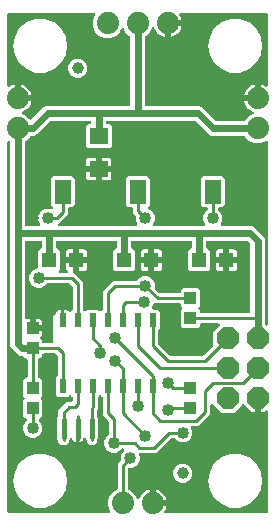
<source format=gbr>
G04 EAGLE Gerber RS-274X export*
G75*
%MOMM*%
%FSLAX34Y34*%
%LPD*%
%INTop Copper*%
%IPPOS*%
%AMOC8*
5,1,8,0,0,1.08239X$1,22.5*%
G01*
%ADD10R,1.000000X1.100000*%
%ADD11P,2.034460X8X292.500000*%
%ADD12R,0.600000X1.200000*%
%ADD13R,1.300000X1.300000*%
%ADD14R,1.401600X2.000000*%
%ADD15C,1.879600*%
%ADD16R,1.600000X1.400000*%
%ADD17C,0.450000*%
%ADD18C,0.254000*%
%ADD19C,1.000000*%
%ADD20C,0.609600*%
%ADD21C,1.016000*%

G36*
X223365Y163176D02*
X223365Y163176D01*
X223503Y163184D01*
X223522Y163191D01*
X223542Y163192D01*
X223674Y163240D01*
X223805Y163282D01*
X223823Y163293D01*
X223842Y163300D01*
X223957Y163378D01*
X224074Y163453D01*
X224088Y163467D01*
X224105Y163479D01*
X224197Y163583D01*
X224292Y163684D01*
X224302Y163702D01*
X224315Y163717D01*
X224379Y163841D01*
X224446Y163963D01*
X224451Y163982D01*
X224460Y164000D01*
X224490Y164136D01*
X224525Y164271D01*
X224527Y164299D01*
X224530Y164311D01*
X224529Y164331D01*
X224535Y164431D01*
X224535Y318405D01*
X224529Y318454D01*
X224531Y318504D01*
X224509Y318611D01*
X224495Y318721D01*
X224477Y318767D01*
X224467Y318815D01*
X224419Y318914D01*
X224378Y319016D01*
X224349Y319056D01*
X224327Y319101D01*
X224256Y319185D01*
X224192Y319274D01*
X224153Y319305D01*
X224121Y319343D01*
X224031Y319406D01*
X223947Y319476D01*
X223902Y319498D01*
X223861Y319526D01*
X223758Y319565D01*
X223659Y319612D01*
X223610Y319621D01*
X223564Y319639D01*
X223454Y319651D01*
X223347Y319672D01*
X223297Y319669D01*
X223248Y319674D01*
X223139Y319659D01*
X223029Y319652D01*
X222982Y319637D01*
X222933Y319630D01*
X222780Y319578D01*
X218376Y317753D01*
X213424Y317753D01*
X208850Y319648D01*
X205348Y323149D01*
X205278Y323320D01*
X205269Y323335D01*
X205265Y323346D01*
X205260Y323354D01*
X205254Y323373D01*
X205185Y323483D01*
X205120Y323596D01*
X205100Y323617D01*
X205084Y323642D01*
X204989Y323731D01*
X204899Y323824D01*
X204874Y323840D01*
X204852Y323860D01*
X204738Y323923D01*
X204628Y323991D01*
X204599Y323999D01*
X204574Y324014D01*
X204448Y324046D01*
X204324Y324084D01*
X204294Y324086D01*
X204266Y324093D01*
X204105Y324103D01*
X176587Y324103D01*
X174346Y325031D01*
X162946Y336432D01*
X162868Y336492D01*
X162796Y336560D01*
X162743Y336589D01*
X162695Y336626D01*
X162604Y336666D01*
X162518Y336714D01*
X162459Y336729D01*
X162403Y336753D01*
X162305Y336768D01*
X162210Y336793D01*
X162110Y336799D01*
X162089Y336803D01*
X162077Y336801D01*
X162049Y336803D01*
X88646Y336803D01*
X88528Y336788D01*
X88409Y336781D01*
X88371Y336768D01*
X88330Y336763D01*
X88220Y336720D01*
X88107Y336683D01*
X88072Y336661D01*
X88035Y336646D01*
X87939Y336577D01*
X87838Y336513D01*
X87810Y336483D01*
X87777Y336460D01*
X87701Y336368D01*
X87620Y336281D01*
X87600Y336246D01*
X87575Y336215D01*
X87524Y336107D01*
X87466Y336003D01*
X87456Y335963D01*
X87439Y335927D01*
X87417Y335810D01*
X87387Y335695D01*
X87383Y335635D01*
X87379Y335615D01*
X87381Y335594D01*
X87380Y335582D01*
X87379Y335579D01*
X87379Y335577D01*
X87377Y335534D01*
X87377Y335198D01*
X87392Y335080D01*
X87399Y334961D01*
X87412Y334923D01*
X87417Y334882D01*
X87460Y334772D01*
X87497Y334659D01*
X87519Y334624D01*
X87534Y334587D01*
X87603Y334491D01*
X87667Y334390D01*
X87697Y334362D01*
X87720Y334329D01*
X87812Y334253D01*
X87899Y334172D01*
X87934Y334152D01*
X87965Y334127D01*
X88073Y334076D01*
X88177Y334018D01*
X88217Y334008D01*
X88253Y333991D01*
X88370Y333969D01*
X88485Y333939D01*
X88545Y333935D01*
X88565Y333931D01*
X88586Y333933D01*
X88646Y333929D01*
X90543Y333929D01*
X92329Y332143D01*
X92329Y315617D01*
X90543Y313831D01*
X72017Y313831D01*
X70231Y315617D01*
X70231Y332143D01*
X72017Y333929D01*
X73914Y333929D01*
X74032Y333944D01*
X74151Y333951D01*
X74189Y333964D01*
X74230Y333969D01*
X74340Y334012D01*
X74453Y334049D01*
X74488Y334071D01*
X74525Y334086D01*
X74621Y334155D01*
X74722Y334219D01*
X74750Y334249D01*
X74783Y334272D01*
X74859Y334364D01*
X74940Y334451D01*
X74960Y334486D01*
X74985Y334517D01*
X75036Y334625D01*
X75094Y334729D01*
X75104Y334769D01*
X75121Y334805D01*
X75143Y334922D01*
X75173Y335037D01*
X75177Y335097D01*
X75181Y335117D01*
X75179Y335138D01*
X75183Y335198D01*
X75183Y335534D01*
X75168Y335652D01*
X75161Y335771D01*
X75148Y335809D01*
X75143Y335850D01*
X75100Y335960D01*
X75063Y336073D01*
X75041Y336108D01*
X75026Y336145D01*
X74957Y336241D01*
X74893Y336342D01*
X74863Y336370D01*
X74840Y336403D01*
X74748Y336479D01*
X74661Y336560D01*
X74626Y336580D01*
X74595Y336605D01*
X74487Y336656D01*
X74383Y336714D01*
X74343Y336724D01*
X74307Y336741D01*
X74190Y336763D01*
X74075Y336793D01*
X74015Y336797D01*
X73995Y336801D01*
X73974Y336799D01*
X73914Y336803D01*
X41151Y336803D01*
X41053Y336791D01*
X40954Y336788D01*
X40896Y336771D01*
X40836Y336763D01*
X40743Y336727D01*
X40648Y336699D01*
X40596Y336669D01*
X40540Y336646D01*
X40460Y336588D01*
X40374Y336538D01*
X40299Y336472D01*
X40283Y336460D01*
X40275Y336450D01*
X40254Y336432D01*
X30747Y326925D01*
X28854Y325031D01*
X26613Y324103D01*
X24495Y324103D01*
X24466Y324100D01*
X24436Y324102D01*
X24308Y324080D01*
X24179Y324063D01*
X24152Y324053D01*
X24123Y324048D01*
X24004Y323994D01*
X23884Y323946D01*
X23860Y323929D01*
X23833Y323917D01*
X23731Y323836D01*
X23626Y323760D01*
X23608Y323737D01*
X23585Y323718D01*
X23506Y323615D01*
X23424Y323515D01*
X23411Y323488D01*
X23393Y323464D01*
X23322Y323320D01*
X23252Y323149D01*
X19751Y319648D01*
X19580Y319578D01*
X19555Y319563D01*
X19527Y319554D01*
X19417Y319485D01*
X19304Y319420D01*
X19283Y319400D01*
X19258Y319384D01*
X19169Y319289D01*
X19076Y319199D01*
X19060Y319174D01*
X19040Y319152D01*
X18977Y319038D01*
X18909Y318928D01*
X18901Y318899D01*
X18886Y318874D01*
X18854Y318748D01*
X18816Y318624D01*
X18814Y318594D01*
X18807Y318566D01*
X18797Y318405D01*
X18797Y248666D01*
X18812Y248548D01*
X18819Y248429D01*
X18832Y248391D01*
X18837Y248350D01*
X18880Y248240D01*
X18917Y248127D01*
X18939Y248092D01*
X18954Y248055D01*
X19023Y247959D01*
X19087Y247858D01*
X19117Y247830D01*
X19140Y247797D01*
X19232Y247721D01*
X19319Y247640D01*
X19354Y247620D01*
X19385Y247595D01*
X19493Y247544D01*
X19597Y247486D01*
X19637Y247476D01*
X19673Y247459D01*
X19790Y247437D01*
X19905Y247407D01*
X19965Y247403D01*
X19985Y247399D01*
X20006Y247401D01*
X20066Y247397D01*
X30143Y247397D01*
X30283Y247414D01*
X30421Y247428D01*
X30440Y247434D01*
X30459Y247437D01*
X30589Y247488D01*
X30721Y247536D01*
X30737Y247547D01*
X30754Y247554D01*
X30868Y247636D01*
X30983Y247715D01*
X30996Y247729D01*
X31012Y247740D01*
X31101Y247848D01*
X31194Y247953D01*
X31202Y247971D01*
X31215Y247985D01*
X31274Y248112D01*
X31338Y248237D01*
X31342Y248256D01*
X31350Y248273D01*
X31376Y248410D01*
X31407Y248547D01*
X31406Y248567D01*
X31410Y248585D01*
X31401Y248725D01*
X31397Y248865D01*
X31391Y248884D01*
X31390Y248903D01*
X31359Y248999D01*
X31357Y249010D01*
X31339Y249064D01*
X31308Y249170D01*
X31298Y249187D01*
X31292Y249205D01*
X31279Y249227D01*
X29971Y252383D01*
X29971Y255617D01*
X31209Y258605D01*
X33495Y260891D01*
X36483Y262129D01*
X39717Y262129D01*
X40684Y261728D01*
X40751Y261710D01*
X40815Y261682D01*
X40904Y261668D01*
X40991Y261644D01*
X41060Y261643D01*
X41129Y261632D01*
X41219Y261641D01*
X41309Y261639D01*
X41376Y261655D01*
X41446Y261662D01*
X41531Y261692D01*
X41618Y261713D01*
X41680Y261746D01*
X41745Y261770D01*
X41820Y261820D01*
X41899Y261862D01*
X41951Y261909D01*
X42008Y261948D01*
X42068Y262016D01*
X42134Y262076D01*
X42173Y262134D01*
X42219Y262187D01*
X42260Y262267D01*
X42309Y262342D01*
X42332Y262408D01*
X42364Y262470D01*
X42383Y262557D01*
X42412Y262642D01*
X42418Y262712D01*
X42433Y262780D01*
X42430Y262870D01*
X42438Y262960D01*
X42426Y263028D01*
X42424Y263098D01*
X42399Y263184D01*
X42383Y263273D01*
X42355Y263336D01*
X42335Y263404D01*
X42289Y263481D01*
X42253Y263563D01*
X42209Y263617D01*
X42174Y263677D01*
X42067Y263798D01*
X40743Y265122D01*
X40743Y287648D01*
X42529Y289434D01*
X59071Y289434D01*
X60857Y287648D01*
X60857Y265122D01*
X59071Y263336D01*
X56388Y263336D01*
X56270Y263321D01*
X56151Y263314D01*
X56113Y263301D01*
X56072Y263296D01*
X55962Y263253D01*
X55849Y263216D01*
X55814Y263194D01*
X55777Y263179D01*
X55681Y263110D01*
X55580Y263046D01*
X55552Y263016D01*
X55519Y262993D01*
X55443Y262901D01*
X55362Y262814D01*
X55342Y262779D01*
X55317Y262748D01*
X55266Y262640D01*
X55208Y262536D01*
X55198Y262496D01*
X55181Y262460D01*
X55159Y262343D01*
X55129Y262228D01*
X55125Y262168D01*
X55121Y262148D01*
X55123Y262127D01*
X55119Y262067D01*
X55119Y257291D01*
X50410Y252583D01*
X47391Y249563D01*
X47306Y249454D01*
X47217Y249347D01*
X47209Y249328D01*
X47196Y249312D01*
X47141Y249184D01*
X47082Y249059D01*
X47078Y249039D01*
X47070Y249020D01*
X47048Y248882D01*
X47022Y248746D01*
X47023Y248726D01*
X47020Y248706D01*
X47033Y248567D01*
X47042Y248429D01*
X47048Y248410D01*
X47050Y248390D01*
X47097Y248258D01*
X47140Y248127D01*
X47150Y248109D01*
X47157Y248090D01*
X47235Y247975D01*
X47310Y247858D01*
X47325Y247844D01*
X47336Y247827D01*
X47440Y247735D01*
X47541Y247640D01*
X47559Y247630D01*
X47574Y247617D01*
X47698Y247553D01*
X47820Y247486D01*
X47840Y247481D01*
X47858Y247472D01*
X47993Y247442D01*
X48128Y247407D01*
X48156Y247405D01*
X48168Y247402D01*
X48188Y247403D01*
X48289Y247397D01*
X112693Y247397D01*
X112833Y247414D01*
X112971Y247428D01*
X112990Y247434D01*
X113009Y247437D01*
X113139Y247488D01*
X113271Y247536D01*
X113287Y247547D01*
X113304Y247554D01*
X113418Y247636D01*
X113533Y247715D01*
X113546Y247729D01*
X113562Y247740D01*
X113651Y247848D01*
X113744Y247953D01*
X113752Y247971D01*
X113765Y247985D01*
X113824Y248112D01*
X113888Y248237D01*
X113892Y248256D01*
X113900Y248273D01*
X113926Y248410D01*
X113957Y248547D01*
X113956Y248567D01*
X113960Y248585D01*
X113951Y248725D01*
X113947Y248865D01*
X113941Y248884D01*
X113940Y248903D01*
X113909Y248999D01*
X113907Y249010D01*
X113889Y249064D01*
X113858Y249170D01*
X113848Y249187D01*
X113842Y249205D01*
X113829Y249227D01*
X112521Y252383D01*
X112521Y255495D01*
X112509Y255594D01*
X112506Y255693D01*
X112489Y255751D01*
X112481Y255811D01*
X112445Y255903D01*
X112417Y255998D01*
X112387Y256050D01*
X112364Y256107D01*
X112306Y256187D01*
X112256Y256272D01*
X112190Y256347D01*
X112178Y256364D01*
X112168Y256372D01*
X112150Y256393D01*
X109981Y258561D01*
X109981Y262067D01*
X109966Y262185D01*
X109959Y262304D01*
X109946Y262342D01*
X109941Y262383D01*
X109898Y262493D01*
X109861Y262606D01*
X109839Y262641D01*
X109824Y262678D01*
X109755Y262774D01*
X109691Y262875D01*
X109661Y262903D01*
X109638Y262936D01*
X109546Y263012D01*
X109459Y263093D01*
X109424Y263113D01*
X109393Y263138D01*
X109285Y263189D01*
X109181Y263247D01*
X109141Y263257D01*
X109105Y263274D01*
X108988Y263296D01*
X108873Y263326D01*
X108813Y263330D01*
X108793Y263334D01*
X108772Y263332D01*
X108712Y263336D01*
X106029Y263336D01*
X104243Y265122D01*
X104243Y287648D01*
X106029Y289434D01*
X122571Y289434D01*
X124357Y287648D01*
X124357Y265122D01*
X122971Y263737D01*
X122941Y263697D01*
X122904Y263664D01*
X122844Y263572D01*
X122776Y263485D01*
X122756Y263440D01*
X122729Y263398D01*
X122694Y263294D01*
X122650Y263193D01*
X122642Y263144D01*
X122626Y263097D01*
X122617Y262988D01*
X122600Y262879D01*
X122605Y262830D01*
X122601Y262780D01*
X122620Y262672D01*
X122630Y262563D01*
X122647Y262516D01*
X122655Y262467D01*
X122700Y262367D01*
X122737Y262263D01*
X122765Y262222D01*
X122786Y262177D01*
X122854Y262091D01*
X122916Y262000D01*
X122953Y261967D01*
X122984Y261929D01*
X123072Y261862D01*
X123154Y261790D01*
X123199Y261767D01*
X123238Y261737D01*
X123383Y261666D01*
X125255Y260891D01*
X127541Y258605D01*
X128779Y255617D01*
X128779Y252383D01*
X127445Y249162D01*
X127439Y249142D01*
X127400Y249059D01*
X127396Y249040D01*
X127388Y249022D01*
X127366Y248883D01*
X127361Y248858D01*
X127361Y248855D01*
X127361Y248854D01*
X127340Y248746D01*
X127341Y248727D01*
X127338Y248708D01*
X127351Y248568D01*
X127360Y248429D01*
X127366Y248411D01*
X127368Y248391D01*
X127415Y248260D01*
X127458Y248127D01*
X127468Y248110D01*
X127475Y248092D01*
X127553Y247976D01*
X127628Y247858D01*
X127642Y247845D01*
X127653Y247829D01*
X127758Y247736D01*
X127860Y247640D01*
X127877Y247631D01*
X127891Y247618D01*
X128016Y247554D01*
X128138Y247486D01*
X128157Y247482D01*
X128174Y247473D01*
X128311Y247442D01*
X128446Y247407D01*
X128473Y247405D01*
X128484Y247403D01*
X128504Y247403D01*
X128607Y247397D01*
X169843Y247397D01*
X169983Y247414D01*
X170121Y247428D01*
X170140Y247434D01*
X170159Y247437D01*
X170289Y247488D01*
X170421Y247536D01*
X170437Y247547D01*
X170454Y247554D01*
X170568Y247636D01*
X170683Y247715D01*
X170696Y247729D01*
X170712Y247740D01*
X170801Y247848D01*
X170894Y247953D01*
X170902Y247971D01*
X170915Y247985D01*
X170974Y248112D01*
X171038Y248237D01*
X171042Y248256D01*
X171050Y248273D01*
X171076Y248410D01*
X171107Y248547D01*
X171106Y248567D01*
X171110Y248585D01*
X171101Y248725D01*
X171097Y248865D01*
X171091Y248884D01*
X171090Y248903D01*
X171059Y248999D01*
X171057Y249010D01*
X171039Y249064D01*
X171008Y249170D01*
X170998Y249187D01*
X170992Y249205D01*
X170979Y249227D01*
X169671Y252383D01*
X169671Y255617D01*
X170909Y258605D01*
X173110Y260805D01*
X173170Y260884D01*
X173238Y260956D01*
X173267Y261009D01*
X173304Y261057D01*
X173344Y261148D01*
X173392Y261234D01*
X173407Y261293D01*
X173431Y261348D01*
X173446Y261446D01*
X173471Y261542D01*
X173477Y261642D01*
X173481Y261663D01*
X173479Y261675D01*
X173481Y261703D01*
X173481Y262067D01*
X173466Y262185D01*
X173459Y262304D01*
X173446Y262342D01*
X173441Y262383D01*
X173398Y262493D01*
X173361Y262606D01*
X173339Y262641D01*
X173324Y262678D01*
X173255Y262774D01*
X173191Y262875D01*
X173161Y262903D01*
X173138Y262936D01*
X173046Y263012D01*
X172959Y263093D01*
X172924Y263113D01*
X172893Y263138D01*
X172785Y263189D01*
X172681Y263247D01*
X172641Y263257D01*
X172605Y263274D01*
X172488Y263296D01*
X172373Y263326D01*
X172313Y263330D01*
X172293Y263334D01*
X172272Y263332D01*
X172212Y263336D01*
X169529Y263336D01*
X167743Y265122D01*
X167743Y287648D01*
X169529Y289434D01*
X186071Y289434D01*
X187857Y287648D01*
X187857Y265122D01*
X186071Y263336D01*
X183388Y263336D01*
X183270Y263321D01*
X183151Y263314D01*
X183113Y263301D01*
X183072Y263296D01*
X182962Y263253D01*
X182849Y263216D01*
X182814Y263194D01*
X182777Y263179D01*
X182681Y263110D01*
X182580Y263046D01*
X182552Y263016D01*
X182519Y262993D01*
X182443Y262901D01*
X182362Y262814D01*
X182342Y262779D01*
X182317Y262748D01*
X182266Y262640D01*
X182208Y262536D01*
X182198Y262496D01*
X182181Y262460D01*
X182159Y262343D01*
X182129Y262228D01*
X182125Y262168D01*
X182121Y262148D01*
X182123Y262127D01*
X182119Y262067D01*
X182119Y261703D01*
X182131Y261605D01*
X182134Y261506D01*
X182151Y261447D01*
X182159Y261387D01*
X182195Y261295D01*
X182223Y261200D01*
X182253Y261148D01*
X182276Y261092D01*
X182334Y261012D01*
X182384Y260926D01*
X182450Y260851D01*
X182462Y260834D01*
X182472Y260826D01*
X182490Y260805D01*
X184691Y258605D01*
X185929Y255617D01*
X185929Y252383D01*
X184595Y249162D01*
X184589Y249142D01*
X184550Y249059D01*
X184546Y249040D01*
X184538Y249022D01*
X184516Y248883D01*
X184511Y248858D01*
X184511Y248855D01*
X184511Y248854D01*
X184490Y248746D01*
X184491Y248727D01*
X184488Y248708D01*
X184501Y248568D01*
X184510Y248429D01*
X184516Y248411D01*
X184518Y248391D01*
X184565Y248260D01*
X184608Y248127D01*
X184618Y248110D01*
X184625Y248092D01*
X184703Y247976D01*
X184778Y247858D01*
X184792Y247845D01*
X184803Y247829D01*
X184908Y247736D01*
X185010Y247640D01*
X185027Y247631D01*
X185041Y247618D01*
X185166Y247554D01*
X185288Y247486D01*
X185307Y247482D01*
X185324Y247473D01*
X185461Y247442D01*
X185596Y247407D01*
X185623Y247405D01*
X185634Y247403D01*
X185654Y247403D01*
X185757Y247397D01*
X210763Y247397D01*
X213004Y246469D01*
X221069Y238404D01*
X221997Y236163D01*
X221997Y164431D01*
X222009Y164333D01*
X222012Y164234D01*
X222029Y164176D01*
X222037Y164116D01*
X222073Y164024D01*
X222101Y163929D01*
X222131Y163876D01*
X222154Y163820D01*
X222212Y163740D01*
X222262Y163655D01*
X222328Y163579D01*
X222340Y163563D01*
X222350Y163555D01*
X222368Y163534D01*
X222369Y163534D01*
X222478Y163449D01*
X222585Y163360D01*
X222604Y163351D01*
X222620Y163339D01*
X222748Y163283D01*
X222873Y163224D01*
X222893Y163221D01*
X222912Y163212D01*
X223050Y163191D01*
X223186Y163165D01*
X223206Y163166D01*
X223226Y163163D01*
X223365Y163176D01*
G37*
G36*
X89788Y4231D02*
X89788Y4231D01*
X89838Y4229D01*
X89945Y4251D01*
X90054Y4265D01*
X90100Y4283D01*
X90149Y4293D01*
X90248Y4341D01*
X90350Y4382D01*
X90390Y4411D01*
X90435Y4433D01*
X90518Y4504D01*
X90607Y4568D01*
X90639Y4607D01*
X90677Y4639D01*
X90740Y4729D01*
X90810Y4813D01*
X90831Y4858D01*
X90860Y4899D01*
X90899Y5002D01*
X90946Y5101D01*
X90955Y5150D01*
X90973Y5196D01*
X90985Y5306D01*
X91005Y5413D01*
X91002Y5463D01*
X91008Y5512D01*
X90993Y5621D01*
X90986Y5731D01*
X90970Y5778D01*
X90963Y5827D01*
X90911Y5980D01*
X89153Y10224D01*
X89153Y15176D01*
X91048Y19750D01*
X94550Y23252D01*
X96498Y24059D01*
X96523Y24073D01*
X96551Y24083D01*
X96661Y24152D01*
X96774Y24216D01*
X96795Y24237D01*
X96820Y24253D01*
X96909Y24347D01*
X97002Y24438D01*
X97018Y24463D01*
X97038Y24484D01*
X97101Y24598D01*
X97169Y24709D01*
X97177Y24737D01*
X97192Y24763D01*
X97224Y24889D01*
X97262Y25013D01*
X97264Y25042D01*
X97271Y25071D01*
X97281Y25231D01*
X97281Y46239D01*
X99450Y48407D01*
X99510Y48485D01*
X99578Y48558D01*
X99607Y48611D01*
X99644Y48658D01*
X99684Y48749D01*
X99732Y48836D01*
X99747Y48895D01*
X99771Y48950D01*
X99786Y49048D01*
X99811Y49144D01*
X99817Y49244D01*
X99821Y49264D01*
X99819Y49277D01*
X99821Y49305D01*
X99821Y52417D01*
X101059Y55405D01*
X102669Y57015D01*
X102754Y57124D01*
X102843Y57231D01*
X102851Y57250D01*
X102864Y57266D01*
X102919Y57394D01*
X102978Y57519D01*
X102982Y57539D01*
X102990Y57558D01*
X103012Y57696D01*
X103038Y57832D01*
X103037Y57852D01*
X103040Y57872D01*
X103027Y58011D01*
X103018Y58149D01*
X103012Y58168D01*
X103010Y58188D01*
X102963Y58320D01*
X102920Y58451D01*
X102909Y58469D01*
X102902Y58488D01*
X102824Y58603D01*
X102750Y58720D01*
X102735Y58734D01*
X102724Y58751D01*
X102620Y58843D01*
X102518Y58938D01*
X102501Y58948D01*
X102485Y58961D01*
X102361Y59025D01*
X102240Y59092D01*
X102220Y59097D01*
X102202Y59106D01*
X102066Y59136D01*
X101932Y59171D01*
X101904Y59173D01*
X101892Y59176D01*
X101871Y59175D01*
X101771Y59181D01*
X101683Y59181D01*
X101585Y59169D01*
X101486Y59166D01*
X101427Y59149D01*
X101367Y59141D01*
X101275Y59105D01*
X101180Y59077D01*
X101128Y59047D01*
X101072Y59024D01*
X100992Y58966D01*
X100906Y58916D01*
X100831Y58850D01*
X100814Y58838D01*
X100806Y58828D01*
X100785Y58810D01*
X98585Y56609D01*
X95597Y55371D01*
X92363Y55371D01*
X89375Y56609D01*
X87089Y58895D01*
X85851Y61883D01*
X85851Y65117D01*
X87089Y68105D01*
X89290Y70305D01*
X89350Y70384D01*
X89418Y70456D01*
X89447Y70509D01*
X89484Y70557D01*
X89524Y70648D01*
X89572Y70734D01*
X89587Y70793D01*
X89611Y70848D01*
X89626Y70946D01*
X89651Y71042D01*
X89657Y71142D01*
X89661Y71163D01*
X89659Y71175D01*
X89661Y71203D01*
X89661Y81505D01*
X89649Y81604D01*
X89646Y81703D01*
X89629Y81761D01*
X89621Y81821D01*
X89585Y81913D01*
X89557Y82008D01*
X89527Y82060D01*
X89504Y82117D01*
X89446Y82197D01*
X89396Y82282D01*
X89330Y82357D01*
X89318Y82374D01*
X89308Y82382D01*
X89290Y82403D01*
X84581Y87111D01*
X84581Y102181D01*
X84569Y102280D01*
X84566Y102379D01*
X84549Y102437D01*
X84541Y102497D01*
X84505Y102589D01*
X84477Y102684D01*
X84447Y102736D01*
X84424Y102793D01*
X84366Y102873D01*
X84316Y102958D01*
X84250Y103033D01*
X84238Y103050D01*
X84228Y103058D01*
X84210Y103079D01*
X83447Y103841D01*
X83353Y103914D01*
X83264Y103993D01*
X83228Y104011D01*
X83196Y104036D01*
X83087Y104083D01*
X82981Y104137D01*
X82942Y104146D01*
X82904Y104162D01*
X82787Y104181D01*
X82671Y104207D01*
X82630Y104206D01*
X82590Y104212D01*
X82472Y104201D01*
X82353Y104197D01*
X82314Y104186D01*
X82274Y104182D01*
X82162Y104142D01*
X82047Y104109D01*
X82012Y104088D01*
X81974Y104075D01*
X81876Y104008D01*
X81773Y103947D01*
X81728Y103908D01*
X81711Y103896D01*
X81698Y103881D01*
X81652Y103841D01*
X80890Y103079D01*
X80830Y103001D01*
X80762Y102929D01*
X80733Y102875D01*
X80696Y102828D01*
X80656Y102737D01*
X80608Y102650D01*
X80593Y102591D01*
X80569Y102536D01*
X80554Y102438D01*
X80529Y102342D01*
X80523Y102242D01*
X80519Y102222D01*
X80521Y102209D01*
X80519Y102181D01*
X80519Y92191D01*
X80190Y91863D01*
X80130Y91785D01*
X80062Y91712D01*
X80033Y91659D01*
X79996Y91612D01*
X79956Y91521D01*
X79908Y91434D01*
X79893Y91375D01*
X79869Y91320D01*
X79854Y91222D01*
X79829Y91126D01*
X79823Y91026D01*
X79819Y91006D01*
X79821Y90993D01*
X79819Y90965D01*
X79819Y87147D01*
X79820Y87138D01*
X79819Y87129D01*
X79840Y86981D01*
X79859Y86832D01*
X79862Y86823D01*
X79863Y86814D01*
X79915Y86662D01*
X80799Y84529D01*
X80799Y67871D01*
X79915Y65738D01*
X79913Y65729D01*
X79908Y65721D01*
X79871Y65576D01*
X79831Y65432D01*
X79831Y65422D01*
X79829Y65413D01*
X79819Y65253D01*
X79819Y64251D01*
X77289Y61721D01*
X73711Y61721D01*
X71181Y64251D01*
X71181Y65253D01*
X71180Y65262D01*
X71181Y65271D01*
X71160Y65419D01*
X71141Y65568D01*
X71138Y65577D01*
X71137Y65586D01*
X71085Y65738D01*
X70398Y67397D01*
X70329Y67517D01*
X70264Y67640D01*
X70250Y67655D01*
X70240Y67673D01*
X70144Y67773D01*
X70050Y67876D01*
X70033Y67887D01*
X70019Y67901D01*
X69901Y67974D01*
X69784Y68051D01*
X69765Y68057D01*
X69748Y68068D01*
X69615Y68109D01*
X69483Y68154D01*
X69463Y68155D01*
X69444Y68161D01*
X69305Y68168D01*
X69166Y68179D01*
X69146Y68175D01*
X69126Y68176D01*
X68990Y68148D01*
X68853Y68125D01*
X68835Y68116D01*
X68815Y68112D01*
X68690Y68051D01*
X68563Y67994D01*
X68547Y67981D01*
X68529Y67972D01*
X68423Y67882D01*
X68315Y67795D01*
X68302Y67779D01*
X68287Y67766D01*
X68207Y67653D01*
X68123Y67541D01*
X68111Y67516D01*
X68104Y67506D01*
X68097Y67487D01*
X68052Y67397D01*
X67746Y66656D01*
X67221Y65871D01*
X66554Y65204D01*
X65769Y64679D01*
X64898Y64318D01*
X64769Y64293D01*
X64769Y76200D01*
X64754Y76318D01*
X64747Y76437D01*
X64735Y76475D01*
X64730Y76515D01*
X64686Y76626D01*
X64649Y76739D01*
X64627Y76773D01*
X64613Y76811D01*
X64543Y76907D01*
X64479Y77008D01*
X64449Y77036D01*
X64426Y77068D01*
X64334Y77144D01*
X64247Y77226D01*
X64212Y77245D01*
X64181Y77271D01*
X64073Y77322D01*
X63969Y77379D01*
X63930Y77389D01*
X63893Y77407D01*
X63776Y77429D01*
X63661Y77459D01*
X63601Y77463D01*
X63581Y77466D01*
X63580Y77466D01*
X63560Y77465D01*
X63500Y77469D01*
X63382Y77454D01*
X63263Y77447D01*
X63224Y77434D01*
X63184Y77429D01*
X63074Y77385D01*
X62960Y77349D01*
X62926Y77327D01*
X62889Y77312D01*
X62792Y77242D01*
X62692Y77178D01*
X62664Y77149D01*
X62631Y77125D01*
X62555Y77033D01*
X62474Y76947D01*
X62454Y76911D01*
X62428Y76880D01*
X62378Y76773D01*
X62320Y76668D01*
X62310Y76629D01*
X62293Y76593D01*
X62271Y76476D01*
X62241Y76360D01*
X62237Y76300D01*
X62233Y76280D01*
X62234Y76260D01*
X62231Y76200D01*
X62231Y64293D01*
X62102Y64318D01*
X61231Y64679D01*
X60446Y65204D01*
X59779Y65871D01*
X59254Y66656D01*
X58948Y67397D01*
X58879Y67517D01*
X58814Y67640D01*
X58800Y67655D01*
X58790Y67673D01*
X58693Y67773D01*
X58600Y67876D01*
X58583Y67887D01*
X58569Y67901D01*
X58450Y67974D01*
X58334Y68051D01*
X58315Y68057D01*
X58298Y68068D01*
X58165Y68109D01*
X58033Y68154D01*
X58013Y68155D01*
X57994Y68161D01*
X57855Y68168D01*
X57716Y68179D01*
X57696Y68175D01*
X57676Y68176D01*
X57540Y68148D01*
X57403Y68125D01*
X57384Y68116D01*
X57365Y68112D01*
X57239Y68051D01*
X57113Y67994D01*
X57097Y67981D01*
X57079Y67972D01*
X56973Y67882D01*
X56864Y67795D01*
X56852Y67779D01*
X56837Y67766D01*
X56757Y67652D01*
X56673Y67541D01*
X56661Y67516D01*
X56654Y67506D01*
X56646Y67487D01*
X56602Y67397D01*
X55915Y65738D01*
X55913Y65729D01*
X55908Y65721D01*
X55871Y65576D01*
X55831Y65432D01*
X55831Y65422D01*
X55829Y65413D01*
X55819Y65253D01*
X55819Y64251D01*
X53289Y61721D01*
X49711Y61721D01*
X47181Y64251D01*
X47181Y65253D01*
X47180Y65262D01*
X47181Y65271D01*
X47160Y65419D01*
X47141Y65568D01*
X47138Y65577D01*
X47137Y65586D01*
X47085Y65738D01*
X46201Y67871D01*
X46201Y84529D01*
X47085Y86662D01*
X47087Y86671D01*
X47092Y86679D01*
X47129Y86824D01*
X47169Y86968D01*
X47169Y86978D01*
X47171Y86987D01*
X47181Y87147D01*
X47181Y91389D01*
X54091Y98299D01*
X57912Y98299D01*
X58030Y98314D01*
X58149Y98321D01*
X58187Y98334D01*
X58228Y98339D01*
X58338Y98382D01*
X58451Y98419D01*
X58486Y98441D01*
X58523Y98456D01*
X58619Y98525D01*
X58720Y98589D01*
X58748Y98619D01*
X58781Y98642D01*
X58857Y98734D01*
X58938Y98821D01*
X58958Y98856D01*
X58983Y98887D01*
X59034Y98995D01*
X59092Y99099D01*
X59102Y99139D01*
X59119Y99175D01*
X59141Y99292D01*
X59171Y99407D01*
X59175Y99467D01*
X59179Y99487D01*
X59177Y99508D01*
X59181Y99568D01*
X59181Y102181D01*
X59169Y102280D01*
X59166Y102379D01*
X59149Y102437D01*
X59141Y102497D01*
X59105Y102589D01*
X59077Y102684D01*
X59047Y102736D01*
X59024Y102793D01*
X58966Y102873D01*
X58916Y102958D01*
X58850Y103033D01*
X58838Y103050D01*
X58828Y103058D01*
X58809Y103079D01*
X58047Y103841D01*
X57954Y103914D01*
X57864Y103993D01*
X57828Y104011D01*
X57796Y104036D01*
X57687Y104083D01*
X57581Y104137D01*
X57541Y104146D01*
X57504Y104162D01*
X57387Y104181D01*
X57271Y104207D01*
X57230Y104206D01*
X57190Y104212D01*
X57072Y104201D01*
X56953Y104197D01*
X56914Y104186D01*
X56874Y104182D01*
X56762Y104142D01*
X56647Y104109D01*
X56612Y104088D01*
X56574Y104075D01*
X56476Y104008D01*
X56373Y103947D01*
X56328Y103908D01*
X56311Y103896D01*
X56298Y103881D01*
X56252Y103841D01*
X55063Y102651D01*
X46537Y102651D01*
X44751Y104437D01*
X44751Y118963D01*
X46110Y120321D01*
X46170Y120399D01*
X46238Y120471D01*
X46267Y120524D01*
X46304Y120572D01*
X46344Y120663D01*
X46392Y120750D01*
X46407Y120809D01*
X46431Y120864D01*
X46446Y120962D01*
X46471Y121058D01*
X46477Y121158D01*
X46481Y121178D01*
X46479Y121191D01*
X46481Y121219D01*
X46481Y137385D01*
X46469Y137484D01*
X46466Y137583D01*
X46449Y137641D01*
X46441Y137701D01*
X46405Y137793D01*
X46377Y137888D01*
X46347Y137940D01*
X46324Y137997D01*
X46266Y138077D01*
X46216Y138162D01*
X46150Y138237D01*
X46138Y138254D01*
X46128Y138262D01*
X46110Y138283D01*
X45183Y139210D01*
X45105Y139270D01*
X45032Y139338D01*
X44979Y139367D01*
X44932Y139404D01*
X44841Y139444D01*
X44754Y139492D01*
X44695Y139507D01*
X44640Y139531D01*
X44542Y139546D01*
X44446Y139571D01*
X44346Y139577D01*
X44326Y139581D01*
X44313Y139579D01*
X44285Y139581D01*
X34718Y139581D01*
X34600Y139566D01*
X34481Y139559D01*
X34443Y139546D01*
X34402Y139541D01*
X34292Y139498D01*
X34179Y139461D01*
X34144Y139439D01*
X34107Y139424D01*
X34011Y139355D01*
X33910Y139291D01*
X33882Y139261D01*
X33849Y139238D01*
X33773Y139146D01*
X33692Y139059D01*
X33672Y139024D01*
X33647Y138993D01*
X33596Y138885D01*
X33538Y138781D01*
X33528Y138741D01*
X33511Y138705D01*
X33489Y138588D01*
X33459Y138473D01*
X33455Y138413D01*
X33451Y138393D01*
X33453Y138372D01*
X33449Y138312D01*
X33449Y137137D01*
X31663Y135351D01*
X30988Y135351D01*
X30870Y135336D01*
X30751Y135329D01*
X30713Y135316D01*
X30672Y135311D01*
X30562Y135268D01*
X30449Y135231D01*
X30414Y135209D01*
X30377Y135194D01*
X30281Y135125D01*
X30180Y135061D01*
X30152Y135031D01*
X30119Y135008D01*
X30043Y134916D01*
X29962Y134829D01*
X29942Y134794D01*
X29917Y134763D01*
X29866Y134655D01*
X29808Y134551D01*
X29798Y134511D01*
X29781Y134475D01*
X29759Y134358D01*
X29729Y134243D01*
X29725Y134183D01*
X29721Y134163D01*
X29723Y134142D01*
X29719Y134082D01*
X29719Y119918D01*
X29734Y119800D01*
X29741Y119681D01*
X29754Y119643D01*
X29759Y119602D01*
X29802Y119492D01*
X29839Y119379D01*
X29861Y119344D01*
X29876Y119307D01*
X29945Y119211D01*
X30009Y119110D01*
X30039Y119082D01*
X30062Y119049D01*
X30154Y118973D01*
X30241Y118892D01*
X30276Y118872D01*
X30307Y118847D01*
X30415Y118796D01*
X30519Y118738D01*
X30559Y118728D01*
X30595Y118711D01*
X30712Y118689D01*
X30827Y118659D01*
X30887Y118655D01*
X30907Y118651D01*
X30928Y118653D01*
X30988Y118649D01*
X31663Y118649D01*
X33449Y116863D01*
X33449Y103337D01*
X32609Y102497D01*
X32536Y102403D01*
X32457Y102314D01*
X32439Y102278D01*
X32414Y102246D01*
X32367Y102137D01*
X32313Y102031D01*
X32304Y101992D01*
X32288Y101954D01*
X32269Y101837D01*
X32243Y101721D01*
X32244Y101680D01*
X32238Y101640D01*
X32249Y101522D01*
X32253Y101403D01*
X32264Y101364D01*
X32268Y101324D01*
X32308Y101212D01*
X32341Y101097D01*
X32362Y101062D01*
X32375Y101024D01*
X32442Y100926D01*
X32503Y100823D01*
X32542Y100778D01*
X32554Y100761D01*
X32569Y100748D01*
X32609Y100702D01*
X33449Y99863D01*
X33449Y86337D01*
X31663Y84551D01*
X31609Y84551D01*
X31471Y84534D01*
X31332Y84521D01*
X31313Y84514D01*
X31293Y84511D01*
X31164Y84460D01*
X31033Y84413D01*
X31016Y84402D01*
X30998Y84394D01*
X30885Y84313D01*
X30770Y84235D01*
X30757Y84219D01*
X30740Y84208D01*
X30651Y84100D01*
X30559Y83996D01*
X30550Y83978D01*
X30537Y83963D01*
X30478Y83837D01*
X30415Y83713D01*
X30410Y83693D01*
X30402Y83675D01*
X30376Y83538D01*
X30345Y83403D01*
X30346Y83382D01*
X30342Y83363D01*
X30351Y83224D01*
X30355Y83085D01*
X30361Y83065D01*
X30362Y83045D01*
X30405Y82913D01*
X30443Y82779D01*
X30454Y82762D01*
X30460Y82743D01*
X30534Y82625D01*
X30605Y82505D01*
X30623Y82484D01*
X30630Y82474D01*
X30645Y82460D01*
X30711Y82385D01*
X32291Y80805D01*
X33529Y77817D01*
X33529Y74583D01*
X32291Y71595D01*
X30005Y69309D01*
X27017Y68071D01*
X23783Y68071D01*
X20795Y69309D01*
X18509Y71595D01*
X17271Y74583D01*
X17271Y77817D01*
X18509Y80805D01*
X20089Y82385D01*
X20174Y82494D01*
X20263Y82601D01*
X20271Y82620D01*
X20284Y82636D01*
X20339Y82764D01*
X20398Y82889D01*
X20402Y82909D01*
X20410Y82928D01*
X20432Y83066D01*
X20458Y83202D01*
X20457Y83222D01*
X20460Y83242D01*
X20447Y83381D01*
X20438Y83519D01*
X20432Y83538D01*
X20430Y83558D01*
X20383Y83690D01*
X20340Y83821D01*
X20329Y83839D01*
X20322Y83858D01*
X20244Y83973D01*
X20170Y84090D01*
X20155Y84104D01*
X20144Y84121D01*
X20040Y84213D01*
X19938Y84308D01*
X19921Y84318D01*
X19905Y84331D01*
X19781Y84395D01*
X19660Y84462D01*
X19640Y84467D01*
X19622Y84476D01*
X19486Y84506D01*
X19352Y84541D01*
X19324Y84543D01*
X19312Y84546D01*
X19291Y84545D01*
X19191Y84551D01*
X19137Y84551D01*
X17351Y86337D01*
X17351Y99863D01*
X18191Y100702D01*
X18264Y100796D01*
X18343Y100886D01*
X18361Y100922D01*
X18386Y100954D01*
X18433Y101063D01*
X18487Y101169D01*
X18496Y101208D01*
X18512Y101246D01*
X18531Y101363D01*
X18557Y101479D01*
X18556Y101520D01*
X18562Y101560D01*
X18551Y101678D01*
X18547Y101797D01*
X18536Y101836D01*
X18532Y101876D01*
X18492Y101989D01*
X18459Y102103D01*
X18438Y102137D01*
X18425Y102176D01*
X18358Y102274D01*
X18297Y102377D01*
X18257Y102422D01*
X18246Y102439D01*
X18231Y102452D01*
X18191Y102497D01*
X17351Y103337D01*
X17351Y116863D01*
X19137Y118649D01*
X19812Y118649D01*
X19930Y118664D01*
X20049Y118671D01*
X20087Y118684D01*
X20128Y118689D01*
X20238Y118732D01*
X20351Y118769D01*
X20386Y118791D01*
X20423Y118806D01*
X20519Y118875D01*
X20620Y118939D01*
X20648Y118969D01*
X20681Y118992D01*
X20757Y119084D01*
X20838Y119171D01*
X20858Y119206D01*
X20883Y119237D01*
X20934Y119345D01*
X20992Y119449D01*
X21002Y119489D01*
X21019Y119525D01*
X21041Y119642D01*
X21071Y119757D01*
X21075Y119817D01*
X21079Y119837D01*
X21077Y119858D01*
X21081Y119918D01*
X21081Y134082D01*
X21066Y134200D01*
X21059Y134319D01*
X21046Y134357D01*
X21041Y134398D01*
X20998Y134508D01*
X20961Y134621D01*
X20939Y134656D01*
X20924Y134693D01*
X20855Y134789D01*
X20791Y134890D01*
X20761Y134918D01*
X20738Y134951D01*
X20646Y135027D01*
X20559Y135108D01*
X20524Y135128D01*
X20493Y135153D01*
X20385Y135204D01*
X20281Y135262D01*
X20241Y135272D01*
X20205Y135289D01*
X20088Y135311D01*
X19973Y135341D01*
X19913Y135345D01*
X19893Y135349D01*
X19872Y135347D01*
X19812Y135351D01*
X19137Y135351D01*
X17057Y137432D01*
X16979Y137492D01*
X16907Y137560D01*
X16854Y137589D01*
X16806Y137626D01*
X16715Y137666D01*
X16628Y137714D01*
X16570Y137729D01*
X16514Y137753D01*
X16416Y137768D01*
X16320Y137793D01*
X16220Y137799D01*
X16200Y137803D01*
X16187Y137801D01*
X16159Y137803D01*
X14907Y137803D01*
X12666Y138731D01*
X7531Y143866D01*
X6603Y146107D01*
X6603Y318405D01*
X6591Y318503D01*
X6588Y318602D01*
X6571Y318660D01*
X6563Y318721D01*
X6527Y318813D01*
X6499Y318908D01*
X6469Y318960D01*
X6446Y319016D01*
X6388Y319096D01*
X6338Y319182D01*
X6272Y319257D01*
X6260Y319274D01*
X6250Y319281D01*
X6232Y319303D01*
X6231Y319303D01*
X6122Y319388D01*
X6015Y319476D01*
X5996Y319485D01*
X5980Y319497D01*
X5852Y319553D01*
X5727Y319612D01*
X5707Y319616D01*
X5688Y319624D01*
X5550Y319646D01*
X5414Y319672D01*
X5394Y319670D01*
X5374Y319674D01*
X5235Y319661D01*
X5097Y319652D01*
X5078Y319646D01*
X5058Y319644D01*
X4926Y319597D01*
X4795Y319554D01*
X4777Y319543D01*
X4758Y319536D01*
X4643Y319458D01*
X4526Y319384D01*
X4512Y319369D01*
X4495Y319358D01*
X4403Y319254D01*
X4308Y319152D01*
X4298Y319134D01*
X4285Y319119D01*
X4221Y318995D01*
X4154Y318874D01*
X4149Y318854D01*
X4140Y318836D01*
X4110Y318700D01*
X4075Y318566D01*
X4073Y318538D01*
X4070Y318526D01*
X4071Y318505D01*
X4065Y318405D01*
X4065Y5494D01*
X4080Y5376D01*
X4087Y5257D01*
X4100Y5219D01*
X4105Y5178D01*
X4148Y5068D01*
X4185Y4955D01*
X4207Y4920D01*
X4222Y4883D01*
X4291Y4787D01*
X4355Y4686D01*
X4385Y4658D01*
X4408Y4625D01*
X4500Y4549D01*
X4587Y4468D01*
X4622Y4448D01*
X4653Y4423D01*
X4761Y4372D01*
X4865Y4314D01*
X4905Y4304D01*
X4941Y4287D01*
X5058Y4265D01*
X5173Y4235D01*
X5233Y4231D01*
X5253Y4227D01*
X5274Y4229D01*
X5334Y4225D01*
X89739Y4225D01*
X89788Y4231D01*
G37*
G36*
X204134Y336300D02*
X204134Y336300D01*
X204164Y336298D01*
X204292Y336320D01*
X204421Y336337D01*
X204448Y336347D01*
X204477Y336352D01*
X204596Y336406D01*
X204716Y336454D01*
X204740Y336471D01*
X204767Y336483D01*
X204869Y336564D01*
X204974Y336640D01*
X204992Y336663D01*
X205015Y336682D01*
X205094Y336785D01*
X205176Y336885D01*
X205189Y336912D01*
X205207Y336936D01*
X205278Y337080D01*
X205348Y337251D01*
X208850Y340752D01*
X211875Y342005D01*
X211901Y342020D01*
X211930Y342029D01*
X212039Y342099D01*
X212152Y342163D01*
X212173Y342184D01*
X212198Y342200D01*
X212287Y342294D01*
X212380Y342384D01*
X212396Y342410D01*
X212416Y342431D01*
X212479Y342545D01*
X212546Y342655D01*
X212555Y342684D01*
X212569Y342710D01*
X212602Y342835D01*
X212640Y342959D01*
X212641Y342989D01*
X212649Y343018D01*
X212649Y343148D01*
X212655Y343277D01*
X212649Y343306D01*
X212649Y343336D01*
X212617Y343461D01*
X212591Y343588D01*
X212578Y343615D01*
X212570Y343644D01*
X212508Y343757D01*
X212451Y343874D01*
X212432Y343897D01*
X212417Y343923D01*
X212329Y344017D01*
X212245Y344116D01*
X212220Y344133D01*
X212200Y344155D01*
X212091Y344224D01*
X211985Y344299D01*
X211957Y344310D01*
X211931Y344326D01*
X211782Y344385D01*
X211317Y344536D01*
X209643Y345389D01*
X208122Y346494D01*
X206794Y347822D01*
X205689Y349343D01*
X204836Y351017D01*
X204255Y352804D01*
X204215Y353061D01*
X214630Y353061D01*
X214748Y353076D01*
X214867Y353083D01*
X214905Y353096D01*
X214945Y353101D01*
X215056Y353144D01*
X215169Y353181D01*
X215203Y353203D01*
X215241Y353218D01*
X215337Y353288D01*
X215438Y353351D01*
X215466Y353381D01*
X215498Y353404D01*
X215574Y353496D01*
X215656Y353583D01*
X215675Y353618D01*
X215701Y353649D01*
X215752Y353757D01*
X215809Y353861D01*
X215820Y353901D01*
X215837Y353937D01*
X215859Y354054D01*
X215889Y354169D01*
X215893Y354230D01*
X215897Y354250D01*
X215895Y354270D01*
X215899Y354330D01*
X215899Y355601D01*
X217170Y355601D01*
X217288Y355616D01*
X217407Y355623D01*
X217445Y355636D01*
X217485Y355641D01*
X217596Y355685D01*
X217709Y355721D01*
X217744Y355743D01*
X217781Y355758D01*
X217877Y355828D01*
X217978Y355891D01*
X218006Y355921D01*
X218039Y355945D01*
X218114Y356036D01*
X218196Y356123D01*
X218216Y356158D01*
X218241Y356190D01*
X218292Y356297D01*
X218350Y356402D01*
X218360Y356441D01*
X218377Y356477D01*
X218399Y356594D01*
X218429Y356709D01*
X218433Y356770D01*
X218437Y356790D01*
X218435Y356810D01*
X218439Y356870D01*
X218439Y367285D01*
X218696Y367245D01*
X220483Y366664D01*
X222157Y365811D01*
X222520Y365547D01*
X222555Y365528D01*
X222585Y365503D01*
X222694Y365452D01*
X222799Y365394D01*
X222837Y365384D01*
X222873Y365367D01*
X222991Y365345D01*
X223107Y365315D01*
X223146Y365315D01*
X223186Y365308D01*
X223305Y365315D01*
X223425Y365315D01*
X223463Y365325D01*
X223503Y365327D01*
X223617Y365364D01*
X223733Y365394D01*
X223768Y365413D01*
X223805Y365425D01*
X223906Y365489D01*
X224011Y365547D01*
X224041Y365574D01*
X224074Y365595D01*
X224156Y365683D01*
X224243Y365765D01*
X224265Y365798D01*
X224292Y365827D01*
X224350Y365932D01*
X224414Y366033D01*
X224426Y366071D01*
X224446Y366106D01*
X224475Y366221D01*
X224513Y366335D01*
X224515Y366375D01*
X224525Y366414D01*
X224535Y366574D01*
X224535Y426466D01*
X224520Y426584D01*
X224513Y426703D01*
X224500Y426741D01*
X224495Y426782D01*
X224452Y426892D01*
X224415Y427005D01*
X224393Y427040D01*
X224378Y427077D01*
X224309Y427173D01*
X224245Y427274D01*
X224215Y427302D01*
X224192Y427335D01*
X224100Y427411D01*
X224013Y427492D01*
X223978Y427512D01*
X223947Y427537D01*
X223839Y427588D01*
X223735Y427646D01*
X223695Y427656D01*
X223659Y427673D01*
X223542Y427695D01*
X223427Y427725D01*
X223367Y427729D01*
X223347Y427733D01*
X223326Y427731D01*
X223266Y427735D01*
X150674Y427735D01*
X150635Y427730D01*
X150595Y427733D01*
X150477Y427710D01*
X150359Y427695D01*
X150322Y427681D01*
X150283Y427673D01*
X150174Y427622D01*
X150063Y427578D01*
X150031Y427555D01*
X149995Y427538D01*
X149903Y427462D01*
X149806Y427392D01*
X149780Y427361D01*
X149750Y427336D01*
X149679Y427239D01*
X149603Y427147D01*
X149586Y427111D01*
X149562Y427078D01*
X149518Y426967D01*
X149467Y426859D01*
X149460Y426820D01*
X149445Y426783D01*
X149430Y426664D01*
X149408Y426547D01*
X149410Y426507D01*
X149405Y426467D01*
X149420Y426348D01*
X149427Y426229D01*
X149440Y426191D01*
X149445Y426152D01*
X149488Y426040D01*
X149525Y425927D01*
X149547Y425893D01*
X149561Y425856D01*
X149647Y425720D01*
X149911Y425357D01*
X150764Y423683D01*
X151345Y421896D01*
X151385Y421639D01*
X140970Y421639D01*
X140852Y421624D01*
X140733Y421617D01*
X140695Y421604D01*
X140655Y421599D01*
X140544Y421556D01*
X140431Y421519D01*
X140397Y421497D01*
X140359Y421482D01*
X140263Y421412D01*
X140162Y421349D01*
X140134Y421319D01*
X140102Y421295D01*
X140026Y421204D01*
X139944Y421117D01*
X139925Y421082D01*
X139899Y421051D01*
X139848Y420943D01*
X139791Y420839D01*
X139780Y420799D01*
X139763Y420763D01*
X139741Y420646D01*
X139711Y420531D01*
X139707Y420470D01*
X139703Y420450D01*
X139705Y420430D01*
X139701Y420370D01*
X139701Y419099D01*
X138430Y419099D01*
X138312Y419084D01*
X138193Y419077D01*
X138155Y419064D01*
X138114Y419059D01*
X138004Y419015D01*
X137891Y418979D01*
X137856Y418957D01*
X137819Y418942D01*
X137723Y418872D01*
X137622Y418809D01*
X137594Y418779D01*
X137561Y418755D01*
X137486Y418664D01*
X137404Y418577D01*
X137384Y418542D01*
X137359Y418510D01*
X137308Y418403D01*
X137250Y418298D01*
X137240Y418259D01*
X137223Y418223D01*
X137201Y418106D01*
X137171Y417991D01*
X137167Y417930D01*
X137163Y417910D01*
X137165Y417890D01*
X137161Y417830D01*
X137161Y407415D01*
X136904Y407455D01*
X135117Y408036D01*
X133443Y408889D01*
X131922Y409994D01*
X130594Y411322D01*
X129489Y412843D01*
X128636Y414517D01*
X128485Y414982D01*
X128472Y415009D01*
X128465Y415038D01*
X128405Y415153D01*
X128350Y415270D01*
X128331Y415293D01*
X128317Y415319D01*
X128229Y415415D01*
X128147Y415515D01*
X128123Y415532D01*
X128103Y415554D01*
X127994Y415626D01*
X127890Y415702D01*
X127862Y415713D01*
X127837Y415729D01*
X127714Y415771D01*
X127594Y415819D01*
X127564Y415823D01*
X127536Y415832D01*
X127407Y415843D01*
X127279Y415859D01*
X127249Y415855D01*
X127219Y415858D01*
X127091Y415835D01*
X126963Y415819D01*
X126935Y415808D01*
X126906Y415803D01*
X126788Y415750D01*
X126667Y415702D01*
X126643Y415685D01*
X126616Y415673D01*
X126515Y415592D01*
X126410Y415516D01*
X126391Y415493D01*
X126367Y415474D01*
X126290Y415371D01*
X126207Y415271D01*
X126194Y415244D01*
X126176Y415220D01*
X126105Y415075D01*
X124852Y412050D01*
X121351Y408548D01*
X121180Y408478D01*
X121155Y408463D01*
X121127Y408454D01*
X121017Y408385D01*
X120904Y408320D01*
X120883Y408300D01*
X120858Y408284D01*
X120769Y408189D01*
X120676Y408099D01*
X120660Y408074D01*
X120640Y408052D01*
X120577Y407938D01*
X120509Y407828D01*
X120501Y407799D01*
X120486Y407774D01*
X120454Y407648D01*
X120416Y407524D01*
X120414Y407494D01*
X120407Y407466D01*
X120397Y407305D01*
X120397Y350266D01*
X120412Y350148D01*
X120419Y350029D01*
X120432Y349991D01*
X120437Y349950D01*
X120480Y349840D01*
X120517Y349727D01*
X120539Y349692D01*
X120554Y349655D01*
X120623Y349559D01*
X120687Y349458D01*
X120717Y349430D01*
X120740Y349397D01*
X120832Y349321D01*
X120919Y349240D01*
X120954Y349220D01*
X120985Y349195D01*
X121093Y349144D01*
X121197Y349086D01*
X121237Y349076D01*
X121273Y349059D01*
X121390Y349037D01*
X121505Y349007D01*
X121565Y349003D01*
X121585Y348999D01*
X121606Y349001D01*
X121666Y348997D01*
X166313Y348997D01*
X168554Y348069D01*
X179954Y336668D01*
X180032Y336608D01*
X180104Y336540D01*
X180157Y336511D01*
X180205Y336474D01*
X180296Y336434D01*
X180382Y336386D01*
X180441Y336371D01*
X180497Y336347D01*
X180595Y336332D01*
X180690Y336307D01*
X180790Y336301D01*
X180811Y336297D01*
X180823Y336299D01*
X180851Y336297D01*
X204105Y336297D01*
X204134Y336300D01*
G37*
G36*
X223384Y4240D02*
X223384Y4240D01*
X223503Y4247D01*
X223541Y4260D01*
X223582Y4265D01*
X223692Y4308D01*
X223805Y4345D01*
X223840Y4367D01*
X223877Y4382D01*
X223973Y4451D01*
X224074Y4515D01*
X224102Y4545D01*
X224135Y4568D01*
X224211Y4660D01*
X224292Y4747D01*
X224312Y4782D01*
X224337Y4813D01*
X224388Y4921D01*
X224446Y5025D01*
X224456Y5065D01*
X224473Y5101D01*
X224495Y5218D01*
X224525Y5333D01*
X224529Y5393D01*
X224533Y5413D01*
X224531Y5434D01*
X224535Y5494D01*
X224535Y90287D01*
X224518Y90425D01*
X224505Y90564D01*
X224498Y90583D01*
X224495Y90603D01*
X224444Y90732D01*
X224397Y90863D01*
X224386Y90880D01*
X224378Y90898D01*
X224297Y91011D01*
X224219Y91126D01*
X224203Y91139D01*
X224192Y91156D01*
X224084Y91245D01*
X223980Y91336D01*
X223962Y91346D01*
X223947Y91359D01*
X223821Y91418D01*
X223697Y91481D01*
X223677Y91485D01*
X223659Y91494D01*
X223522Y91520D01*
X223387Y91551D01*
X223366Y91550D01*
X223347Y91554D01*
X223208Y91545D01*
X223069Y91541D01*
X223049Y91535D01*
X223029Y91534D01*
X222897Y91491D01*
X222763Y91453D01*
X222746Y91442D01*
X222727Y91436D01*
X222609Y91361D01*
X222489Y91291D01*
X222468Y91272D01*
X222458Y91266D01*
X222444Y91251D01*
X222369Y91185D01*
X220845Y89661D01*
X218439Y89661D01*
X218439Y100330D01*
X218424Y100448D01*
X218417Y100567D01*
X218404Y100605D01*
X218399Y100645D01*
X218356Y100756D01*
X218319Y100869D01*
X218297Y100903D01*
X218282Y100941D01*
X218212Y101037D01*
X218149Y101138D01*
X218119Y101166D01*
X218095Y101198D01*
X218004Y101274D01*
X217917Y101356D01*
X217882Y101375D01*
X217851Y101401D01*
X217743Y101452D01*
X217639Y101509D01*
X217599Y101520D01*
X217563Y101537D01*
X217446Y101559D01*
X217331Y101589D01*
X217270Y101593D01*
X217250Y101597D01*
X217230Y101595D01*
X217170Y101599D01*
X214630Y101599D01*
X214512Y101584D01*
X214393Y101577D01*
X214355Y101564D01*
X214314Y101559D01*
X214204Y101515D01*
X214091Y101479D01*
X214056Y101457D01*
X214019Y101442D01*
X213923Y101372D01*
X213822Y101309D01*
X213794Y101279D01*
X213761Y101255D01*
X213686Y101164D01*
X213604Y101077D01*
X213584Y101042D01*
X213559Y101010D01*
X213508Y100903D01*
X213450Y100798D01*
X213440Y100759D01*
X213423Y100723D01*
X213401Y100606D01*
X213371Y100491D01*
X213367Y100430D01*
X213363Y100410D01*
X213365Y100390D01*
X213361Y100330D01*
X213361Y89661D01*
X210955Y89661D01*
X204457Y96159D01*
X204363Y96232D01*
X204273Y96311D01*
X204237Y96330D01*
X204205Y96354D01*
X204096Y96402D01*
X203990Y96456D01*
X203951Y96465D01*
X203914Y96481D01*
X203796Y96499D01*
X203680Y96525D01*
X203640Y96524D01*
X203599Y96531D01*
X203481Y96519D01*
X203362Y96516D01*
X203323Y96505D01*
X203283Y96501D01*
X203171Y96460D01*
X203056Y96427D01*
X203022Y96407D01*
X202984Y96393D01*
X202885Y96326D01*
X202783Y96266D01*
X202737Y96226D01*
X202720Y96215D01*
X202707Y96199D01*
X202662Y96159D01*
X195656Y89153D01*
X185344Y89153D01*
X177935Y96562D01*
X177826Y96647D01*
X177719Y96736D01*
X177700Y96745D01*
X177684Y96757D01*
X177556Y96813D01*
X177431Y96872D01*
X177411Y96875D01*
X177392Y96884D01*
X177254Y96905D01*
X177118Y96931D01*
X177098Y96930D01*
X177078Y96933D01*
X176939Y96920D01*
X176801Y96912D01*
X176782Y96905D01*
X176762Y96904D01*
X176630Y96856D01*
X176499Y96814D01*
X176481Y96803D01*
X176462Y96796D01*
X176347Y96718D01*
X176230Y96643D01*
X176216Y96629D01*
X176199Y96617D01*
X176107Y96513D01*
X176012Y96412D01*
X176002Y96394D01*
X175989Y96379D01*
X175925Y96255D01*
X175858Y96133D01*
X175853Y96114D01*
X175844Y96096D01*
X175814Y95960D01*
X175779Y95825D01*
X175777Y95797D01*
X175774Y95785D01*
X175775Y95765D01*
X175769Y95665D01*
X175769Y88381D01*
X165619Y78231D01*
X160679Y78231D01*
X160629Y78225D01*
X160580Y78227D01*
X160472Y78205D01*
X160363Y78191D01*
X160317Y78173D01*
X160268Y78163D01*
X160169Y78115D01*
X160067Y78074D01*
X160027Y78045D01*
X159982Y78023D01*
X159899Y77952D01*
X159810Y77888D01*
X159778Y77849D01*
X159740Y77817D01*
X159677Y77727D01*
X159607Y77643D01*
X159586Y77598D01*
X159557Y77557D01*
X159518Y77454D01*
X159472Y77355D01*
X159462Y77306D01*
X159445Y77260D01*
X159432Y77150D01*
X159412Y77043D01*
X159415Y76993D01*
X159409Y76944D01*
X159425Y76835D01*
X159432Y76725D01*
X159447Y76678D01*
X159454Y76629D01*
X159506Y76476D01*
X160529Y74007D01*
X160529Y70773D01*
X159291Y67785D01*
X157005Y65499D01*
X154017Y64261D01*
X150783Y64261D01*
X147795Y65499D01*
X145595Y67700D01*
X145516Y67760D01*
X145444Y67828D01*
X145391Y67857D01*
X145343Y67894D01*
X145252Y67934D01*
X145166Y67982D01*
X145107Y67997D01*
X145052Y68021D01*
X144954Y68036D01*
X144858Y68061D01*
X144758Y68067D01*
X144737Y68071D01*
X144725Y68069D01*
X144697Y68071D01*
X143285Y68071D01*
X143186Y68059D01*
X143087Y68056D01*
X143029Y68039D01*
X142969Y68031D01*
X142877Y67995D01*
X142782Y67967D01*
X142730Y67937D01*
X142673Y67914D01*
X142593Y67856D01*
X142508Y67806D01*
X142433Y67740D01*
X142416Y67728D01*
X142408Y67718D01*
X142387Y67700D01*
X130059Y55371D01*
X116755Y55371D01*
X116705Y55365D01*
X116656Y55367D01*
X116548Y55345D01*
X116439Y55331D01*
X116393Y55313D01*
X116344Y55303D01*
X116246Y55255D01*
X116143Y55214D01*
X116103Y55185D01*
X116058Y55163D01*
X115975Y55092D01*
X115886Y55028D01*
X115854Y54989D01*
X115816Y54957D01*
X115753Y54867D01*
X115683Y54783D01*
X115662Y54738D01*
X115633Y54697D01*
X115594Y54594D01*
X115548Y54495D01*
X115538Y54446D01*
X115521Y54400D01*
X115508Y54290D01*
X115488Y54183D01*
X115491Y54133D01*
X115485Y54084D01*
X115501Y53975D01*
X115508Y53865D01*
X115523Y53818D01*
X115530Y53769D01*
X115582Y53616D01*
X116079Y52417D01*
X116079Y49183D01*
X114841Y46195D01*
X112555Y43909D01*
X109567Y42671D01*
X107188Y42671D01*
X107070Y42656D01*
X106951Y42649D01*
X106913Y42636D01*
X106872Y42631D01*
X106762Y42588D01*
X106649Y42551D01*
X106614Y42529D01*
X106577Y42514D01*
X106481Y42445D01*
X106380Y42381D01*
X106352Y42351D01*
X106319Y42328D01*
X106243Y42236D01*
X106162Y42149D01*
X106142Y42114D01*
X106117Y42083D01*
X106066Y41975D01*
X106008Y41871D01*
X105998Y41831D01*
X105981Y41795D01*
X105959Y41678D01*
X105929Y41563D01*
X105925Y41503D01*
X105921Y41483D01*
X105923Y41462D01*
X105919Y41402D01*
X105919Y25231D01*
X105922Y25202D01*
X105920Y25173D01*
X105942Y25045D01*
X105959Y24916D01*
X105969Y24889D01*
X105974Y24859D01*
X106028Y24741D01*
X106076Y24620D01*
X106093Y24596D01*
X106105Y24569D01*
X106186Y24468D01*
X106262Y24363D01*
X106285Y24344D01*
X106304Y24321D01*
X106407Y24243D01*
X106507Y24160D01*
X106534Y24147D01*
X106558Y24130D01*
X106702Y24059D01*
X108650Y23252D01*
X112152Y19750D01*
X113405Y16725D01*
X113420Y16699D01*
X113429Y16670D01*
X113499Y16561D01*
X113563Y16448D01*
X113584Y16427D01*
X113600Y16402D01*
X113694Y16313D01*
X113784Y16220D01*
X113810Y16204D01*
X113831Y16184D01*
X113945Y16121D01*
X114055Y16054D01*
X114084Y16045D01*
X114110Y16031D01*
X114235Y15998D01*
X114359Y15960D01*
X114389Y15959D01*
X114418Y15951D01*
X114548Y15951D01*
X114677Y15945D01*
X114706Y15951D01*
X114736Y15951D01*
X114861Y15983D01*
X114988Y16009D01*
X115015Y16022D01*
X115044Y16030D01*
X115157Y16092D01*
X115274Y16149D01*
X115297Y16168D01*
X115323Y16183D01*
X115417Y16271D01*
X115516Y16355D01*
X115533Y16380D01*
X115555Y16400D01*
X115624Y16509D01*
X115699Y16615D01*
X115710Y16643D01*
X115726Y16669D01*
X115785Y16818D01*
X115936Y17283D01*
X116789Y18957D01*
X117894Y20478D01*
X119222Y21806D01*
X120743Y22911D01*
X122417Y23764D01*
X124204Y24345D01*
X124461Y24385D01*
X124461Y13970D01*
X124476Y13852D01*
X124483Y13733D01*
X124496Y13695D01*
X124501Y13655D01*
X124544Y13544D01*
X124581Y13431D01*
X124603Y13397D01*
X124618Y13359D01*
X124688Y13263D01*
X124751Y13162D01*
X124781Y13134D01*
X124804Y13102D01*
X124896Y13026D01*
X124983Y12944D01*
X125018Y12925D01*
X125049Y12899D01*
X125157Y12848D01*
X125261Y12791D01*
X125301Y12780D01*
X125337Y12763D01*
X125454Y12741D01*
X125569Y12711D01*
X125630Y12707D01*
X125650Y12703D01*
X125670Y12705D01*
X125730Y12701D01*
X127001Y12701D01*
X127001Y11430D01*
X127016Y11312D01*
X127023Y11193D01*
X127036Y11155D01*
X127041Y11114D01*
X127085Y11004D01*
X127121Y10891D01*
X127143Y10856D01*
X127158Y10819D01*
X127228Y10723D01*
X127291Y10622D01*
X127321Y10594D01*
X127345Y10561D01*
X127436Y10486D01*
X127523Y10404D01*
X127558Y10384D01*
X127590Y10359D01*
X127697Y10308D01*
X127802Y10250D01*
X127841Y10240D01*
X127877Y10223D01*
X127994Y10201D01*
X128109Y10171D01*
X128170Y10167D01*
X128190Y10163D01*
X128210Y10165D01*
X128270Y10161D01*
X138685Y10161D01*
X138645Y9904D01*
X138064Y8117D01*
X137211Y6443D01*
X137064Y6240D01*
X137045Y6205D01*
X137019Y6175D01*
X136968Y6066D01*
X136910Y5961D01*
X136901Y5923D01*
X136884Y5887D01*
X136861Y5769D01*
X136831Y5653D01*
X136831Y5614D01*
X136824Y5574D01*
X136831Y5455D01*
X136831Y5335D01*
X136841Y5297D01*
X136844Y5257D01*
X136880Y5143D01*
X136910Y5027D01*
X136929Y4992D01*
X136942Y4955D01*
X137006Y4853D01*
X137063Y4749D01*
X137090Y4720D01*
X137112Y4686D01*
X137199Y4604D01*
X137281Y4517D01*
X137314Y4495D01*
X137343Y4468D01*
X137448Y4410D01*
X137549Y4346D01*
X137587Y4334D01*
X137622Y4314D01*
X137737Y4285D01*
X137852Y4247D01*
X137891Y4245D01*
X137930Y4235D01*
X138090Y4225D01*
X223266Y4225D01*
X223384Y4240D01*
G37*
G36*
X23618Y337500D02*
X23618Y337500D01*
X23737Y337503D01*
X23776Y337515D01*
X23816Y337518D01*
X23929Y337559D01*
X24043Y337592D01*
X24078Y337612D01*
X24116Y337626D01*
X24214Y337693D01*
X24317Y337753D01*
X24362Y337793D01*
X24379Y337805D01*
X24392Y337820D01*
X24438Y337860D01*
X32753Y346175D01*
X34646Y348069D01*
X36887Y348997D01*
X106934Y348997D01*
X107052Y349012D01*
X107171Y349019D01*
X107209Y349032D01*
X107250Y349037D01*
X107360Y349080D01*
X107473Y349117D01*
X107508Y349139D01*
X107545Y349154D01*
X107641Y349223D01*
X107742Y349287D01*
X107770Y349317D01*
X107803Y349340D01*
X107879Y349432D01*
X107960Y349519D01*
X107980Y349554D01*
X108005Y349585D01*
X108056Y349693D01*
X108114Y349797D01*
X108124Y349837D01*
X108141Y349873D01*
X108163Y349990D01*
X108193Y350105D01*
X108197Y350165D01*
X108201Y350185D01*
X108199Y350206D01*
X108203Y350266D01*
X108203Y407305D01*
X108200Y407334D01*
X108202Y407364D01*
X108180Y407492D01*
X108163Y407621D01*
X108153Y407648D01*
X108148Y407677D01*
X108094Y407796D01*
X108046Y407916D01*
X108029Y407940D01*
X108017Y407967D01*
X107936Y408069D01*
X107860Y408174D01*
X107837Y408192D01*
X107818Y408215D01*
X107715Y408294D01*
X107615Y408376D01*
X107588Y408389D01*
X107564Y408407D01*
X107420Y408478D01*
X107249Y408548D01*
X103748Y412050D01*
X102773Y414405D01*
X102704Y414525D01*
X102639Y414648D01*
X102625Y414663D01*
X102615Y414681D01*
X102518Y414781D01*
X102425Y414884D01*
X102408Y414895D01*
X102394Y414909D01*
X102276Y414982D01*
X102159Y415058D01*
X102140Y415065D01*
X102123Y415076D01*
X101990Y415116D01*
X101858Y415162D01*
X101838Y415163D01*
X101819Y415169D01*
X101680Y415176D01*
X101541Y415187D01*
X101521Y415183D01*
X101501Y415184D01*
X101365Y415156D01*
X101228Y415132D01*
X101209Y415124D01*
X101190Y415120D01*
X101065Y415059D01*
X100938Y415002D01*
X100922Y414989D01*
X100904Y414980D01*
X100798Y414890D01*
X100690Y414803D01*
X100677Y414787D01*
X100662Y414774D01*
X100582Y414660D01*
X100498Y414549D01*
X100486Y414524D01*
X100479Y414514D01*
X100472Y414495D01*
X100427Y414405D01*
X99452Y412050D01*
X95950Y408548D01*
X91376Y406653D01*
X86424Y406653D01*
X81850Y408548D01*
X78348Y412050D01*
X76453Y416624D01*
X76453Y421576D01*
X78278Y425980D01*
X78291Y426028D01*
X78312Y426073D01*
X78333Y426181D01*
X78362Y426287D01*
X78362Y426337D01*
X78372Y426386D01*
X78365Y426495D01*
X78367Y426605D01*
X78355Y426653D01*
X78352Y426703D01*
X78318Y426807D01*
X78293Y426914D01*
X78269Y426958D01*
X78254Y427005D01*
X78195Y427098D01*
X78144Y427195D01*
X78110Y427232D01*
X78084Y427274D01*
X78004Y427349D01*
X77930Y427431D01*
X77888Y427458D01*
X77852Y427492D01*
X77756Y427545D01*
X77664Y427605D01*
X77617Y427622D01*
X77574Y427646D01*
X77467Y427673D01*
X77363Y427709D01*
X77314Y427713D01*
X77266Y427725D01*
X77105Y427735D01*
X5334Y427735D01*
X5216Y427720D01*
X5097Y427713D01*
X5059Y427700D01*
X5018Y427695D01*
X4908Y427652D01*
X4795Y427615D01*
X4760Y427593D01*
X4723Y427578D01*
X4627Y427509D01*
X4526Y427445D01*
X4498Y427415D01*
X4465Y427392D01*
X4389Y427300D01*
X4308Y427213D01*
X4288Y427178D01*
X4263Y427147D01*
X4212Y427039D01*
X4154Y426935D01*
X4144Y426895D01*
X4127Y426859D01*
X4105Y426742D01*
X4075Y426627D01*
X4071Y426567D01*
X4067Y426547D01*
X4069Y426526D01*
X4065Y426466D01*
X4065Y366574D01*
X4070Y366535D01*
X4067Y366495D01*
X4090Y366377D01*
X4105Y366259D01*
X4119Y366222D01*
X4127Y366183D01*
X4178Y366074D01*
X4222Y365963D01*
X4245Y365931D01*
X4262Y365895D01*
X4338Y365803D01*
X4408Y365706D01*
X4439Y365680D01*
X4464Y365650D01*
X4561Y365579D01*
X4653Y365503D01*
X4689Y365486D01*
X4722Y365462D01*
X4833Y365418D01*
X4941Y365367D01*
X4980Y365360D01*
X5017Y365345D01*
X5136Y365330D01*
X5253Y365308D01*
X5293Y365310D01*
X5333Y365305D01*
X5452Y365320D01*
X5571Y365327D01*
X5609Y365340D01*
X5648Y365345D01*
X5760Y365388D01*
X5873Y365425D01*
X5907Y365447D01*
X5944Y365461D01*
X6080Y365547D01*
X6443Y365811D01*
X8117Y366664D01*
X9904Y367245D01*
X10161Y367285D01*
X10161Y356870D01*
X10176Y356752D01*
X10183Y356633D01*
X10196Y356595D01*
X10201Y356555D01*
X10244Y356444D01*
X10281Y356331D01*
X10303Y356297D01*
X10318Y356259D01*
X10388Y356163D01*
X10451Y356062D01*
X10481Y356034D01*
X10504Y356002D01*
X10596Y355926D01*
X10683Y355844D01*
X10718Y355825D01*
X10749Y355799D01*
X10857Y355748D01*
X10961Y355691D01*
X11001Y355680D01*
X11037Y355663D01*
X11154Y355641D01*
X11269Y355611D01*
X11330Y355607D01*
X11350Y355603D01*
X11370Y355605D01*
X11430Y355601D01*
X12701Y355601D01*
X12701Y354330D01*
X12716Y354212D01*
X12723Y354093D01*
X12736Y354055D01*
X12741Y354014D01*
X12785Y353904D01*
X12821Y353791D01*
X12843Y353756D01*
X12858Y353719D01*
X12928Y353623D01*
X12991Y353522D01*
X13021Y353494D01*
X13045Y353461D01*
X13136Y353386D01*
X13223Y353304D01*
X13258Y353284D01*
X13290Y353259D01*
X13397Y353208D01*
X13502Y353150D01*
X13541Y353140D01*
X13577Y353123D01*
X13694Y353101D01*
X13809Y353071D01*
X13870Y353067D01*
X13890Y353063D01*
X13910Y353065D01*
X13970Y353061D01*
X24385Y353061D01*
X24345Y352804D01*
X23764Y351017D01*
X22911Y349343D01*
X21806Y347822D01*
X20478Y346494D01*
X18957Y345389D01*
X17283Y344536D01*
X16818Y344385D01*
X16791Y344372D01*
X16762Y344365D01*
X16647Y344305D01*
X16530Y344250D01*
X16507Y344231D01*
X16481Y344217D01*
X16385Y344129D01*
X16285Y344047D01*
X16268Y344023D01*
X16246Y344003D01*
X16175Y343894D01*
X16098Y343790D01*
X16087Y343762D01*
X16071Y343737D01*
X16029Y343615D01*
X15981Y343494D01*
X15977Y343464D01*
X15968Y343436D01*
X15957Y343307D01*
X15941Y343178D01*
X15945Y343149D01*
X15942Y343119D01*
X15965Y342991D01*
X15981Y342863D01*
X15992Y342835D01*
X15997Y342806D01*
X16050Y342688D01*
X16098Y342567D01*
X16115Y342543D01*
X16127Y342516D01*
X16208Y342415D01*
X16284Y342310D01*
X16307Y342291D01*
X16326Y342267D01*
X16429Y342190D01*
X16529Y342107D01*
X16556Y342094D01*
X16580Y342076D01*
X16725Y342005D01*
X19750Y340752D01*
X22643Y337860D01*
X22737Y337787D01*
X22826Y337708D01*
X22862Y337690D01*
X22894Y337665D01*
X23003Y337617D01*
X23109Y337563D01*
X23149Y337555D01*
X23186Y337538D01*
X23303Y337520D01*
X23419Y337494D01*
X23460Y337495D01*
X23500Y337489D01*
X23618Y337500D01*
G37*
G36*
X208652Y173634D02*
X208652Y173634D01*
X208771Y173641D01*
X208809Y173654D01*
X208850Y173659D01*
X208960Y173702D01*
X209073Y173739D01*
X209108Y173761D01*
X209145Y173776D01*
X209241Y173845D01*
X209342Y173909D01*
X209370Y173939D01*
X209403Y173962D01*
X209479Y174054D01*
X209560Y174141D01*
X209580Y174176D01*
X209605Y174207D01*
X209656Y174315D01*
X209714Y174419D01*
X209724Y174459D01*
X209741Y174495D01*
X209763Y174612D01*
X209793Y174727D01*
X209797Y174787D01*
X209801Y174807D01*
X209799Y174828D01*
X209803Y174888D01*
X209803Y231899D01*
X209791Y231997D01*
X209788Y232096D01*
X209771Y232154D01*
X209763Y232214D01*
X209727Y232307D01*
X209699Y232402D01*
X209669Y232454D01*
X209646Y232510D01*
X209588Y232590D01*
X209538Y232676D01*
X209472Y232751D01*
X209460Y232767D01*
X209450Y232775D01*
X209432Y232796D01*
X207396Y234832D01*
X207318Y234892D01*
X207246Y234960D01*
X207193Y234989D01*
X207145Y235026D01*
X207054Y235066D01*
X206968Y235114D01*
X206909Y235129D01*
X206853Y235153D01*
X206755Y235168D01*
X206660Y235193D01*
X206560Y235199D01*
X206539Y235203D01*
X206527Y235201D01*
X206499Y235203D01*
X173666Y235203D01*
X173548Y235188D01*
X173429Y235181D01*
X173391Y235168D01*
X173350Y235163D01*
X173240Y235120D01*
X173127Y235083D01*
X173092Y235061D01*
X173055Y235046D01*
X172959Y234977D01*
X172858Y234913D01*
X172830Y234883D01*
X172797Y234860D01*
X172721Y234768D01*
X172640Y234681D01*
X172620Y234646D01*
X172595Y234615D01*
X172544Y234507D01*
X172486Y234403D01*
X172476Y234363D01*
X172459Y234327D01*
X172437Y234210D01*
X172407Y234095D01*
X172403Y234035D01*
X172399Y234015D01*
X172401Y233994D01*
X172397Y233934D01*
X172397Y229418D01*
X172412Y229300D01*
X172419Y229181D01*
X172432Y229143D01*
X172437Y229102D01*
X172480Y228992D01*
X172517Y228879D01*
X172539Y228844D01*
X172554Y228807D01*
X172623Y228711D01*
X172687Y228610D01*
X172717Y228582D01*
X172740Y228549D01*
X172832Y228473D01*
X172919Y228392D01*
X172954Y228372D01*
X172985Y228347D01*
X173093Y228296D01*
X173197Y228238D01*
X173237Y228228D01*
X173273Y228211D01*
X173390Y228189D01*
X173505Y228159D01*
X173565Y228155D01*
X173585Y228151D01*
X173606Y228153D01*
X173666Y228149D01*
X174063Y228149D01*
X175849Y226363D01*
X175849Y210837D01*
X174063Y209051D01*
X158537Y209051D01*
X156751Y210837D01*
X156751Y226363D01*
X158537Y228149D01*
X158934Y228149D01*
X159052Y228164D01*
X159171Y228171D01*
X159209Y228184D01*
X159250Y228189D01*
X159360Y228232D01*
X159473Y228269D01*
X159508Y228291D01*
X159545Y228306D01*
X159641Y228375D01*
X159742Y228439D01*
X159770Y228469D01*
X159803Y228492D01*
X159879Y228584D01*
X159960Y228671D01*
X159980Y228706D01*
X160005Y228737D01*
X160056Y228845D01*
X160114Y228949D01*
X160124Y228989D01*
X160141Y229025D01*
X160163Y229142D01*
X160193Y229257D01*
X160197Y229317D01*
X160201Y229337D01*
X160199Y229358D01*
X160203Y229418D01*
X160203Y233934D01*
X160188Y234052D01*
X160181Y234171D01*
X160168Y234209D01*
X160163Y234250D01*
X160120Y234360D01*
X160083Y234473D01*
X160061Y234508D01*
X160046Y234545D01*
X159977Y234641D01*
X159913Y234742D01*
X159883Y234770D01*
X159860Y234803D01*
X159768Y234879D01*
X159681Y234960D01*
X159646Y234980D01*
X159615Y235005D01*
X159507Y235056D01*
X159403Y235114D01*
X159363Y235124D01*
X159327Y235141D01*
X159210Y235163D01*
X159095Y235193D01*
X159035Y235197D01*
X159015Y235201D01*
X158994Y235199D01*
X158934Y235203D01*
X110166Y235203D01*
X110048Y235188D01*
X109929Y235181D01*
X109891Y235168D01*
X109850Y235163D01*
X109740Y235120D01*
X109627Y235083D01*
X109592Y235061D01*
X109555Y235046D01*
X109459Y234977D01*
X109358Y234913D01*
X109330Y234883D01*
X109297Y234860D01*
X109221Y234768D01*
X109140Y234681D01*
X109120Y234646D01*
X109095Y234615D01*
X109044Y234507D01*
X108986Y234403D01*
X108976Y234363D01*
X108959Y234327D01*
X108937Y234210D01*
X108907Y234095D01*
X108903Y234035D01*
X108899Y234015D01*
X108901Y233994D01*
X108897Y233934D01*
X108897Y229418D01*
X108912Y229300D01*
X108919Y229181D01*
X108932Y229143D01*
X108937Y229102D01*
X108980Y228992D01*
X109017Y228879D01*
X109039Y228844D01*
X109054Y228807D01*
X109123Y228711D01*
X109187Y228610D01*
X109217Y228582D01*
X109240Y228549D01*
X109332Y228473D01*
X109419Y228392D01*
X109454Y228372D01*
X109485Y228347D01*
X109593Y228296D01*
X109697Y228238D01*
X109737Y228228D01*
X109773Y228211D01*
X109890Y228189D01*
X110005Y228159D01*
X110065Y228155D01*
X110085Y228151D01*
X110106Y228153D01*
X110166Y228149D01*
X110563Y228149D01*
X112349Y226363D01*
X112349Y210837D01*
X110563Y209051D01*
X95037Y209051D01*
X93251Y210837D01*
X93251Y226363D01*
X95037Y228149D01*
X95434Y228149D01*
X95552Y228164D01*
X95671Y228171D01*
X95709Y228184D01*
X95750Y228189D01*
X95860Y228232D01*
X95973Y228269D01*
X96008Y228291D01*
X96045Y228306D01*
X96141Y228375D01*
X96242Y228439D01*
X96270Y228469D01*
X96303Y228492D01*
X96379Y228584D01*
X96460Y228671D01*
X96480Y228706D01*
X96505Y228737D01*
X96556Y228845D01*
X96614Y228949D01*
X96624Y228989D01*
X96641Y229025D01*
X96663Y229142D01*
X96693Y229257D01*
X96697Y229317D01*
X96701Y229337D01*
X96699Y229358D01*
X96703Y229418D01*
X96703Y233934D01*
X96688Y234052D01*
X96681Y234171D01*
X96668Y234209D01*
X96663Y234250D01*
X96620Y234360D01*
X96583Y234473D01*
X96561Y234508D01*
X96546Y234545D01*
X96477Y234641D01*
X96413Y234742D01*
X96383Y234770D01*
X96360Y234803D01*
X96268Y234879D01*
X96181Y234960D01*
X96146Y234980D01*
X96115Y235005D01*
X96007Y235056D01*
X95903Y235114D01*
X95863Y235124D01*
X95827Y235141D01*
X95710Y235163D01*
X95595Y235193D01*
X95535Y235197D01*
X95515Y235201D01*
X95494Y235199D01*
X95434Y235203D01*
X46666Y235203D01*
X46548Y235188D01*
X46429Y235181D01*
X46391Y235168D01*
X46350Y235163D01*
X46240Y235120D01*
X46127Y235083D01*
X46092Y235061D01*
X46055Y235046D01*
X45959Y234977D01*
X45858Y234913D01*
X45830Y234883D01*
X45797Y234860D01*
X45721Y234768D01*
X45640Y234681D01*
X45620Y234646D01*
X45595Y234615D01*
X45544Y234507D01*
X45486Y234403D01*
X45476Y234363D01*
X45459Y234327D01*
X45437Y234210D01*
X45407Y234095D01*
X45403Y234035D01*
X45399Y234015D01*
X45401Y233994D01*
X45397Y233934D01*
X45397Y229418D01*
X45412Y229300D01*
X45419Y229181D01*
X45432Y229143D01*
X45437Y229102D01*
X45480Y228992D01*
X45517Y228879D01*
X45539Y228844D01*
X45554Y228807D01*
X45623Y228711D01*
X45687Y228610D01*
X45717Y228582D01*
X45740Y228549D01*
X45832Y228473D01*
X45919Y228392D01*
X45954Y228372D01*
X45985Y228347D01*
X46093Y228296D01*
X46197Y228238D01*
X46237Y228228D01*
X46273Y228211D01*
X46390Y228189D01*
X46505Y228159D01*
X46565Y228155D01*
X46585Y228151D01*
X46606Y228153D01*
X46666Y228149D01*
X47063Y228149D01*
X48849Y226363D01*
X48849Y210837D01*
X47697Y209685D01*
X47612Y209576D01*
X47523Y209469D01*
X47514Y209450D01*
X47502Y209434D01*
X47447Y209307D01*
X47388Y209181D01*
X47384Y209161D01*
X47376Y209142D01*
X47354Y209004D01*
X47328Y208868D01*
X47329Y208848D01*
X47326Y208828D01*
X47339Y208689D01*
X47348Y208551D01*
X47354Y208532D01*
X47356Y208512D01*
X47403Y208380D01*
X47446Y208249D01*
X47456Y208231D01*
X47463Y208212D01*
X47541Y208097D01*
X47616Y207980D01*
X47631Y207966D01*
X47642Y207949D01*
X47746Y207857D01*
X47847Y207762D01*
X47865Y207752D01*
X47880Y207739D01*
X48004Y207675D01*
X48126Y207608D01*
X48145Y207603D01*
X48164Y207594D01*
X48299Y207564D01*
X48434Y207529D01*
X48462Y207527D01*
X48474Y207524D01*
X48494Y207525D01*
X48595Y207519D01*
X53917Y207519D01*
X54062Y207537D01*
X54206Y207552D01*
X54219Y207557D01*
X54232Y207559D01*
X54368Y207612D01*
X54504Y207663D01*
X54515Y207671D01*
X54528Y207676D01*
X54645Y207761D01*
X54766Y207844D01*
X54774Y207855D01*
X54785Y207862D01*
X54878Y207974D01*
X54973Y208085D01*
X54979Y208097D01*
X54988Y208107D01*
X55050Y208239D01*
X55115Y208370D01*
X55118Y208383D01*
X55124Y208395D01*
X55151Y208538D01*
X55181Y208681D01*
X55181Y208694D01*
X55183Y208707D01*
X55174Y208853D01*
X55168Y208999D01*
X55164Y209011D01*
X55164Y209025D01*
X55119Y209163D01*
X55077Y209303D01*
X55070Y209315D01*
X55066Y209327D01*
X54988Y209450D01*
X54912Y209575D01*
X54903Y209585D01*
X54895Y209596D01*
X54789Y209696D01*
X54685Y209798D01*
X54670Y209808D01*
X54664Y209814D01*
X54649Y209822D01*
X54551Y209887D01*
X54240Y210067D01*
X53767Y210540D01*
X53432Y211119D01*
X53259Y211766D01*
X53259Y216061D01*
X59761Y216061D01*
X59761Y208493D01*
X59773Y208394D01*
X59776Y208295D01*
X59793Y208237D01*
X59801Y208177D01*
X59837Y208085D01*
X59865Y207990D01*
X59895Y207938D01*
X59918Y207881D01*
X59976Y207801D01*
X60026Y207716D01*
X60092Y207641D01*
X60105Y207624D01*
X60114Y207616D01*
X60133Y207595D01*
X64917Y202810D01*
X67819Y199909D01*
X67819Y177219D01*
X67831Y177120D01*
X67834Y177021D01*
X67851Y176963D01*
X67859Y176903D01*
X67895Y176811D01*
X67923Y176716D01*
X67953Y176664D01*
X67976Y176607D01*
X68034Y176527D01*
X68084Y176442D01*
X68150Y176367D01*
X68162Y176350D01*
X68172Y176342D01*
X68190Y176321D01*
X68953Y175559D01*
X69047Y175486D01*
X69136Y175407D01*
X69172Y175389D01*
X69204Y175364D01*
X69313Y175317D01*
X69419Y175263D01*
X69458Y175254D01*
X69496Y175238D01*
X69613Y175219D01*
X69729Y175193D01*
X69770Y175194D01*
X69810Y175188D01*
X69928Y175199D01*
X70047Y175203D01*
X70086Y175214D01*
X70126Y175218D01*
X70238Y175258D01*
X70353Y175291D01*
X70388Y175312D01*
X70426Y175325D01*
X70524Y175392D01*
X70627Y175453D01*
X70672Y175492D01*
X70689Y175504D01*
X70702Y175519D01*
X70748Y175559D01*
X71937Y176749D01*
X80463Y176749D01*
X81653Y175559D01*
X81747Y175486D01*
X81836Y175407D01*
X81872Y175389D01*
X81904Y175364D01*
X82013Y175317D01*
X82119Y175263D01*
X82158Y175254D01*
X82196Y175238D01*
X82313Y175219D01*
X82429Y175193D01*
X82470Y175194D01*
X82510Y175188D01*
X82628Y175199D01*
X82747Y175203D01*
X82786Y175214D01*
X82826Y175218D01*
X82938Y175258D01*
X83053Y175291D01*
X83088Y175312D01*
X83126Y175325D01*
X83224Y175392D01*
X83327Y175453D01*
X83372Y175492D01*
X83389Y175504D01*
X83402Y175519D01*
X83448Y175559D01*
X84210Y176321D01*
X84270Y176399D01*
X84338Y176471D01*
X84367Y176525D01*
X84404Y176572D01*
X84444Y176663D01*
X84492Y176750D01*
X84507Y176809D01*
X84531Y176864D01*
X84546Y176962D01*
X84571Y177058D01*
X84577Y177158D01*
X84581Y177178D01*
X84579Y177191D01*
X84581Y177219D01*
X84581Y192289D01*
X93461Y201169D01*
X112947Y201169D01*
X113045Y201181D01*
X113144Y201184D01*
X113203Y201201D01*
X113263Y201209D01*
X113355Y201245D01*
X113450Y201273D01*
X113502Y201303D01*
X113558Y201326D01*
X113638Y201384D01*
X113724Y201434D01*
X113799Y201500D01*
X113816Y201512D01*
X113824Y201522D01*
X113845Y201540D01*
X116045Y203741D01*
X119033Y204979D01*
X122267Y204979D01*
X125255Y203741D01*
X127541Y201455D01*
X128779Y198467D01*
X128779Y195355D01*
X128791Y195256D01*
X128794Y195157D01*
X128811Y195099D01*
X128819Y195039D01*
X128855Y194947D01*
X128883Y194852D01*
X128913Y194800D01*
X128936Y194743D01*
X128994Y194663D01*
X129044Y194578D01*
X129110Y194503D01*
X129122Y194486D01*
X129132Y194478D01*
X129150Y194457D01*
X132617Y190990D01*
X132695Y190930D01*
X132768Y190862D01*
X132821Y190833D01*
X132868Y190796D01*
X132959Y190756D01*
X133046Y190708D01*
X133105Y190693D01*
X133160Y190669D01*
X133258Y190654D01*
X133354Y190629D01*
X133454Y190623D01*
X133474Y190619D01*
X133487Y190621D01*
X133515Y190619D01*
X149432Y190619D01*
X149550Y190634D01*
X149669Y190641D01*
X149707Y190654D01*
X149748Y190659D01*
X149858Y190702D01*
X149971Y190739D01*
X150006Y190761D01*
X150043Y190776D01*
X150139Y190845D01*
X150240Y190909D01*
X150268Y190939D01*
X150301Y190962D01*
X150377Y191054D01*
X150458Y191141D01*
X150478Y191176D01*
X150503Y191207D01*
X150554Y191315D01*
X150612Y191419D01*
X150622Y191459D01*
X150639Y191495D01*
X150661Y191612D01*
X150691Y191727D01*
X150695Y191787D01*
X150699Y191807D01*
X150697Y191828D01*
X150701Y191888D01*
X150701Y193063D01*
X152487Y194849D01*
X165013Y194849D01*
X166799Y193063D01*
X166799Y179537D01*
X165959Y178698D01*
X165886Y178604D01*
X165807Y178514D01*
X165789Y178478D01*
X165764Y178446D01*
X165717Y178337D01*
X165663Y178231D01*
X165654Y178192D01*
X165638Y178154D01*
X165619Y178037D01*
X165593Y177921D01*
X165594Y177880D01*
X165588Y177840D01*
X165599Y177722D01*
X165603Y177603D01*
X165614Y177564D01*
X165618Y177524D01*
X165658Y177411D01*
X165691Y177297D01*
X165712Y177263D01*
X165725Y177224D01*
X165792Y177126D01*
X165853Y177023D01*
X165893Y176978D01*
X165904Y176961D01*
X165919Y176948D01*
X165959Y176903D01*
X166799Y176063D01*
X166799Y174888D01*
X166814Y174770D01*
X166821Y174651D01*
X166834Y174613D01*
X166839Y174572D01*
X166882Y174462D01*
X166919Y174349D01*
X166941Y174314D01*
X166956Y174277D01*
X167025Y174181D01*
X167089Y174080D01*
X167119Y174052D01*
X167142Y174019D01*
X167234Y173943D01*
X167321Y173862D01*
X167356Y173842D01*
X167387Y173817D01*
X167495Y173766D01*
X167599Y173708D01*
X167639Y173698D01*
X167675Y173681D01*
X167792Y173659D01*
X167907Y173629D01*
X167967Y173625D01*
X167987Y173621D01*
X168008Y173623D01*
X168068Y173619D01*
X208534Y173619D01*
X208652Y173634D01*
G37*
G36*
X41520Y148234D02*
X41520Y148234D01*
X41639Y148241D01*
X41677Y148254D01*
X41718Y148259D01*
X41828Y148302D01*
X41941Y148339D01*
X41976Y148361D01*
X42013Y148376D01*
X42109Y148445D01*
X42210Y148509D01*
X42238Y148539D01*
X42271Y148562D01*
X42347Y148654D01*
X42428Y148741D01*
X42448Y148776D01*
X42473Y148807D01*
X42524Y148915D01*
X42582Y149019D01*
X42592Y149059D01*
X42609Y149095D01*
X42631Y149212D01*
X42661Y149327D01*
X42665Y149387D01*
X42669Y149407D01*
X42667Y149428D01*
X42671Y149488D01*
X42671Y171443D01*
X44561Y173332D01*
X44597Y173343D01*
X44637Y173368D01*
X44681Y173386D01*
X44772Y173452D01*
X44867Y173511D01*
X44900Y173545D01*
X44938Y173572D01*
X45010Y173659D01*
X45088Y173740D01*
X45111Y173781D01*
X45141Y173817D01*
X45189Y173919D01*
X45244Y174017D01*
X45267Y174086D01*
X45276Y174105D01*
X45280Y174123D01*
X45295Y174169D01*
X45432Y174681D01*
X45767Y175260D01*
X46240Y175733D01*
X46819Y176068D01*
X47466Y176241D01*
X49301Y176241D01*
X49301Y172707D01*
X49313Y172608D01*
X49316Y172509D01*
X49333Y172451D01*
X49341Y172391D01*
X49377Y172299D01*
X49405Y172204D01*
X49435Y172152D01*
X49458Y172095D01*
X49516Y172015D01*
X49566Y171930D01*
X49632Y171855D01*
X49644Y171838D01*
X49654Y171830D01*
X49672Y171809D01*
X50133Y171349D01*
X50242Y171264D01*
X50349Y171175D01*
X50368Y171167D01*
X50384Y171154D01*
X50512Y171099D01*
X50637Y171040D01*
X50657Y171036D01*
X50676Y171028D01*
X50814Y171006D01*
X50950Y170980D01*
X50970Y170981D01*
X50990Y170978D01*
X51129Y170991D01*
X51267Y171000D01*
X51286Y171006D01*
X51306Y171008D01*
X51438Y171055D01*
X51569Y171098D01*
X51587Y171108D01*
X51606Y171115D01*
X51721Y171193D01*
X51838Y171268D01*
X51852Y171283D01*
X51869Y171294D01*
X51961Y171398D01*
X52056Y171499D01*
X52066Y171517D01*
X52079Y171532D01*
X52143Y171656D01*
X52210Y171778D01*
X52215Y171797D01*
X52224Y171816D01*
X52254Y171951D01*
X52289Y172086D01*
X52291Y172114D01*
X52294Y172126D01*
X52293Y172146D01*
X52299Y172247D01*
X52299Y176241D01*
X54134Y176241D01*
X54781Y176068D01*
X55360Y175733D01*
X55893Y175200D01*
X55987Y175127D01*
X56077Y175048D01*
X56113Y175030D01*
X56145Y175005D01*
X56254Y174958D01*
X56360Y174903D01*
X56399Y174895D01*
X56436Y174879D01*
X56554Y174860D01*
X56670Y174834D01*
X56711Y174835D01*
X56751Y174829D01*
X56869Y174840D01*
X56988Y174843D01*
X57027Y174855D01*
X57067Y174859D01*
X57179Y174899D01*
X57294Y174932D01*
X57328Y174952D01*
X57366Y174966D01*
X57465Y175033D01*
X57567Y175093D01*
X57613Y175133D01*
X57630Y175145D01*
X57643Y175160D01*
X57688Y175200D01*
X58810Y176321D01*
X58870Y176399D01*
X58938Y176471D01*
X58967Y176525D01*
X59004Y176572D01*
X59044Y176663D01*
X59092Y176750D01*
X59107Y176809D01*
X59131Y176864D01*
X59146Y176962D01*
X59171Y177058D01*
X59177Y177158D01*
X59181Y177178D01*
X59179Y177191D01*
X59181Y177219D01*
X59181Y195805D01*
X59169Y195904D01*
X59166Y196003D01*
X59149Y196061D01*
X59141Y196121D01*
X59105Y196213D01*
X59077Y196308D01*
X59047Y196360D01*
X59024Y196417D01*
X58966Y196497D01*
X58916Y196582D01*
X58850Y196657D01*
X58838Y196674D01*
X58828Y196682D01*
X58810Y196703D01*
X57003Y198510D01*
X56925Y198570D01*
X56852Y198638D01*
X56799Y198667D01*
X56752Y198704D01*
X56661Y198744D01*
X56574Y198792D01*
X56515Y198807D01*
X56460Y198831D01*
X56362Y198846D01*
X56266Y198871D01*
X56166Y198877D01*
X56146Y198881D01*
X56133Y198879D01*
X56105Y198881D01*
X38183Y198881D01*
X38085Y198869D01*
X37986Y198866D01*
X37927Y198849D01*
X37867Y198841D01*
X37775Y198805D01*
X37680Y198777D01*
X37628Y198747D01*
X37572Y198724D01*
X37492Y198666D01*
X37406Y198616D01*
X37331Y198550D01*
X37314Y198538D01*
X37306Y198528D01*
X37285Y198510D01*
X35085Y196309D01*
X32097Y195071D01*
X28863Y195071D01*
X25875Y196309D01*
X23589Y198595D01*
X22351Y201583D01*
X22351Y204817D01*
X23589Y207805D01*
X25875Y210091D01*
X28968Y211372D01*
X28993Y211387D01*
X29021Y211396D01*
X29131Y211465D01*
X29244Y211530D01*
X29265Y211550D01*
X29290Y211566D01*
X29379Y211661D01*
X29472Y211751D01*
X29488Y211776D01*
X29508Y211798D01*
X29571Y211911D01*
X29639Y212022D01*
X29647Y212050D01*
X29662Y212076D01*
X29694Y212202D01*
X29732Y212326D01*
X29734Y212355D01*
X29741Y212384D01*
X29751Y212545D01*
X29751Y226363D01*
X31537Y228149D01*
X31934Y228149D01*
X32052Y228164D01*
X32171Y228171D01*
X32209Y228184D01*
X32250Y228189D01*
X32360Y228232D01*
X32473Y228269D01*
X32508Y228291D01*
X32545Y228306D01*
X32641Y228375D01*
X32742Y228439D01*
X32770Y228469D01*
X32803Y228492D01*
X32879Y228584D01*
X32960Y228671D01*
X32980Y228706D01*
X33005Y228737D01*
X33056Y228845D01*
X33114Y228949D01*
X33124Y228989D01*
X33141Y229025D01*
X33163Y229142D01*
X33193Y229257D01*
X33197Y229317D01*
X33201Y229337D01*
X33199Y229358D01*
X33203Y229418D01*
X33203Y233934D01*
X33188Y234052D01*
X33181Y234171D01*
X33168Y234209D01*
X33163Y234250D01*
X33120Y234360D01*
X33083Y234473D01*
X33061Y234508D01*
X33046Y234545D01*
X32977Y234641D01*
X32913Y234742D01*
X32883Y234770D01*
X32860Y234803D01*
X32768Y234879D01*
X32681Y234960D01*
X32646Y234980D01*
X32615Y235005D01*
X32507Y235056D01*
X32403Y235114D01*
X32363Y235124D01*
X32327Y235141D01*
X32210Y235163D01*
X32095Y235193D01*
X32035Y235197D01*
X32015Y235201D01*
X31994Y235199D01*
X31934Y235203D01*
X20066Y235203D01*
X19948Y235188D01*
X19829Y235181D01*
X19791Y235168D01*
X19750Y235163D01*
X19640Y235120D01*
X19527Y235083D01*
X19492Y235061D01*
X19455Y235046D01*
X19359Y234977D01*
X19258Y234913D01*
X19230Y234883D01*
X19197Y234860D01*
X19121Y234768D01*
X19040Y234681D01*
X19020Y234646D01*
X18995Y234615D01*
X18944Y234507D01*
X18886Y234403D01*
X18876Y234363D01*
X18859Y234327D01*
X18837Y234210D01*
X18807Y234095D01*
X18803Y234035D01*
X18799Y234015D01*
X18801Y233994D01*
X18797Y233934D01*
X18797Y170210D01*
X18812Y170092D01*
X18819Y169973D01*
X18832Y169935D01*
X18837Y169894D01*
X18880Y169784D01*
X18917Y169671D01*
X18939Y169636D01*
X18954Y169599D01*
X19023Y169503D01*
X19087Y169402D01*
X19117Y169374D01*
X19140Y169341D01*
X19232Y169265D01*
X19319Y169184D01*
X19354Y169164D01*
X19385Y169139D01*
X19493Y169088D01*
X19597Y169030D01*
X19637Y169020D01*
X19673Y169003D01*
X19790Y168981D01*
X19905Y168951D01*
X19965Y168947D01*
X19985Y168943D01*
X20006Y168945D01*
X20066Y168941D01*
X22901Y168941D01*
X22901Y162130D01*
X22916Y162012D01*
X22923Y161893D01*
X22935Y161855D01*
X22941Y161815D01*
X22984Y161704D01*
X23021Y161591D01*
X23043Y161557D01*
X23058Y161519D01*
X23127Y161423D01*
X23191Y161322D01*
X23221Y161294D01*
X23244Y161262D01*
X23336Y161186D01*
X23423Y161104D01*
X23458Y161085D01*
X23489Y161059D01*
X23597Y161008D01*
X23701Y160951D01*
X23741Y160941D01*
X23777Y160923D01*
X23894Y160901D01*
X24009Y160871D01*
X24069Y160867D01*
X24089Y160864D01*
X24110Y160865D01*
X24170Y160861D01*
X25361Y160861D01*
X25361Y159670D01*
X25376Y159552D01*
X25383Y159433D01*
X25396Y159395D01*
X25401Y159354D01*
X25445Y159244D01*
X25481Y159131D01*
X25503Y159096D01*
X25518Y159059D01*
X25588Y158962D01*
X25651Y158862D01*
X25681Y158834D01*
X25705Y158801D01*
X25796Y158725D01*
X25883Y158644D01*
X25918Y158624D01*
X25950Y158599D01*
X26057Y158548D01*
X26162Y158490D01*
X26201Y158480D01*
X26237Y158463D01*
X26354Y158441D01*
X26470Y158411D01*
X26530Y158407D01*
X26550Y158403D01*
X26570Y158405D01*
X26630Y158401D01*
X32941Y158401D01*
X32941Y155066D01*
X32768Y154419D01*
X32433Y153840D01*
X32250Y153657D01*
X32177Y153563D01*
X32098Y153473D01*
X32080Y153437D01*
X32055Y153405D01*
X32008Y153296D01*
X31953Y153190D01*
X31945Y153151D01*
X31929Y153114D01*
X31910Y152996D01*
X31884Y152880D01*
X31885Y152839D01*
X31879Y152799D01*
X31890Y152681D01*
X31893Y152562D01*
X31905Y152523D01*
X31909Y152483D01*
X31949Y152371D01*
X31982Y152256D01*
X32002Y152222D01*
X32016Y152184D01*
X32083Y152085D01*
X32143Y151983D01*
X32183Y151937D01*
X32195Y151920D01*
X32210Y151907D01*
X32250Y151862D01*
X33449Y150663D01*
X33449Y149488D01*
X33464Y149370D01*
X33471Y149251D01*
X33484Y149213D01*
X33489Y149172D01*
X33532Y149062D01*
X33569Y148949D01*
X33591Y148914D01*
X33606Y148877D01*
X33675Y148781D01*
X33739Y148680D01*
X33769Y148652D01*
X33792Y148619D01*
X33884Y148543D01*
X33971Y148462D01*
X34006Y148442D01*
X34037Y148417D01*
X34145Y148366D01*
X34249Y148308D01*
X34289Y148298D01*
X34325Y148281D01*
X34442Y148259D01*
X34557Y148229D01*
X34617Y148225D01*
X34637Y148221D01*
X34658Y148223D01*
X34718Y148219D01*
X41402Y148219D01*
X41520Y148234D01*
G37*
%LPC*%
G36*
X192864Y377443D02*
X192864Y377443D01*
X185372Y380170D01*
X179265Y385294D01*
X175279Y392199D01*
X173895Y400050D01*
X175279Y407901D01*
X179265Y414805D01*
X185372Y419930D01*
X192864Y422657D01*
X200836Y422657D01*
X208328Y419930D01*
X214435Y414806D01*
X218421Y407901D01*
X219805Y400050D01*
X218421Y392199D01*
X214435Y385295D01*
X208328Y380170D01*
X200836Y377443D01*
X192864Y377443D01*
G37*
%LPD*%
%LPC*%
G36*
X27764Y377443D02*
X27764Y377443D01*
X20272Y380170D01*
X14165Y385294D01*
X10179Y392199D01*
X8795Y400050D01*
X10179Y407901D01*
X14165Y414805D01*
X20272Y419930D01*
X27764Y422657D01*
X35736Y422657D01*
X43228Y419930D01*
X49335Y414806D01*
X53321Y407901D01*
X54705Y400050D01*
X53321Y392199D01*
X49335Y385295D01*
X43228Y380170D01*
X35736Y377443D01*
X27764Y377443D01*
G37*
%LPD*%
%LPC*%
G36*
X192864Y9143D02*
X192864Y9143D01*
X185372Y11870D01*
X179265Y16994D01*
X175279Y23899D01*
X173895Y31750D01*
X175279Y39601D01*
X179265Y46505D01*
X185372Y51630D01*
X192864Y54357D01*
X200836Y54357D01*
X208328Y51630D01*
X214435Y46506D01*
X218421Y39601D01*
X219805Y31750D01*
X218421Y23899D01*
X214435Y16995D01*
X208328Y11870D01*
X200836Y9143D01*
X192864Y9143D01*
G37*
%LPD*%
%LPC*%
G36*
X27764Y9143D02*
X27764Y9143D01*
X20272Y11870D01*
X14165Y16994D01*
X10179Y23899D01*
X8795Y31750D01*
X10179Y39601D01*
X14165Y46505D01*
X20272Y51630D01*
X27764Y54357D01*
X35736Y54357D01*
X43228Y51630D01*
X49335Y46505D01*
X53321Y39601D01*
X54705Y31750D01*
X53321Y23899D01*
X49335Y16995D01*
X43228Y11870D01*
X35736Y9143D01*
X27764Y9143D01*
G37*
%LPD*%
G36*
X169234Y137681D02*
X169234Y137681D01*
X169333Y137684D01*
X169391Y137701D01*
X169451Y137709D01*
X169543Y137745D01*
X169638Y137773D01*
X169690Y137803D01*
X169747Y137826D01*
X169827Y137884D01*
X169912Y137934D01*
X169987Y138000D01*
X170004Y138012D01*
X170012Y138022D01*
X170033Y138040D01*
X177748Y145755D01*
X177821Y145849D01*
X177899Y145938D01*
X177918Y145974D01*
X177942Y146006D01*
X177990Y146116D01*
X178044Y146222D01*
X178053Y146261D01*
X178069Y146298D01*
X178088Y146416D01*
X178114Y146532D01*
X178112Y146572D01*
X178119Y146612D01*
X178108Y146731D01*
X178104Y146850D01*
X178093Y146889D01*
X178089Y146929D01*
X178053Y147028D01*
X178053Y157556D01*
X183312Y162815D01*
X183397Y162924D01*
X183486Y163031D01*
X183495Y163050D01*
X183507Y163066D01*
X183563Y163194D01*
X183622Y163319D01*
X183625Y163339D01*
X183634Y163358D01*
X183655Y163496D01*
X183681Y163632D01*
X183680Y163652D01*
X183683Y163672D01*
X183670Y163811D01*
X183662Y163949D01*
X183655Y163968D01*
X183654Y163988D01*
X183606Y164120D01*
X183564Y164251D01*
X183553Y164269D01*
X183546Y164288D01*
X183468Y164403D01*
X183393Y164520D01*
X183379Y164534D01*
X183367Y164551D01*
X183263Y164643D01*
X183162Y164738D01*
X183144Y164748D01*
X183129Y164761D01*
X183005Y164825D01*
X182883Y164892D01*
X182864Y164897D01*
X182846Y164906D01*
X182710Y164936D01*
X182575Y164971D01*
X182547Y164973D01*
X182535Y164976D01*
X182515Y164975D01*
X182415Y164981D01*
X168068Y164981D01*
X167950Y164966D01*
X167831Y164959D01*
X167793Y164946D01*
X167752Y164941D01*
X167642Y164898D01*
X167529Y164861D01*
X167494Y164839D01*
X167457Y164824D01*
X167361Y164755D01*
X167260Y164691D01*
X167232Y164661D01*
X167199Y164638D01*
X167123Y164546D01*
X167042Y164459D01*
X167022Y164424D01*
X166997Y164393D01*
X166946Y164285D01*
X166888Y164181D01*
X166878Y164141D01*
X166861Y164105D01*
X166839Y163988D01*
X166809Y163873D01*
X166805Y163813D01*
X166801Y163793D01*
X166803Y163772D01*
X166799Y163712D01*
X166799Y162537D01*
X165013Y160751D01*
X152487Y160751D01*
X150701Y162537D01*
X150701Y176063D01*
X151541Y176903D01*
X151614Y176997D01*
X151693Y177086D01*
X151711Y177122D01*
X151736Y177154D01*
X151783Y177263D01*
X151837Y177369D01*
X151846Y177408D01*
X151862Y177446D01*
X151881Y177563D01*
X151907Y177679D01*
X151906Y177720D01*
X151912Y177760D01*
X151901Y177878D01*
X151897Y177997D01*
X151886Y178036D01*
X151882Y178076D01*
X151842Y178188D01*
X151809Y178303D01*
X151788Y178338D01*
X151775Y178376D01*
X151708Y178474D01*
X151647Y178577D01*
X151608Y178622D01*
X151596Y178639D01*
X151581Y178652D01*
X151541Y178698D01*
X150701Y179537D01*
X150701Y180712D01*
X150686Y180830D01*
X150679Y180949D01*
X150666Y180987D01*
X150661Y181028D01*
X150618Y181138D01*
X150581Y181251D01*
X150559Y181286D01*
X150544Y181323D01*
X150475Y181419D01*
X150411Y181520D01*
X150381Y181548D01*
X150358Y181581D01*
X150266Y181657D01*
X150179Y181738D01*
X150144Y181758D01*
X150113Y181783D01*
X150005Y181834D01*
X149901Y181892D01*
X149861Y181902D01*
X149825Y181919D01*
X149708Y181941D01*
X149593Y181971D01*
X149533Y181975D01*
X149513Y181979D01*
X149492Y181977D01*
X149432Y181981D01*
X129337Y181981D01*
X129322Y181988D01*
X129281Y182015D01*
X129177Y182051D01*
X129076Y182094D01*
X129027Y182102D01*
X128980Y182118D01*
X128871Y182127D01*
X128762Y182144D01*
X128713Y182139D01*
X128663Y182143D01*
X128555Y182125D01*
X128446Y182114D01*
X128399Y182097D01*
X128350Y182089D01*
X128250Y182044D01*
X128146Y182007D01*
X128105Y181979D01*
X128060Y181958D01*
X127974Y181890D01*
X127883Y181828D01*
X127850Y181791D01*
X127811Y181760D01*
X127745Y181672D01*
X127673Y181590D01*
X127650Y181545D01*
X127620Y181506D01*
X127549Y181361D01*
X126366Y178504D01*
X126353Y178456D01*
X126331Y178411D01*
X126311Y178303D01*
X126282Y178197D01*
X126281Y178147D01*
X126272Y178098D01*
X126279Y177989D01*
X126277Y177879D01*
X126288Y177831D01*
X126291Y177781D01*
X126325Y177677D01*
X126351Y177570D01*
X126374Y177526D01*
X126389Y177479D01*
X126448Y177386D01*
X126500Y177289D01*
X126533Y177252D01*
X126560Y177210D01*
X126640Y177135D01*
X126714Y177053D01*
X126755Y177026D01*
X126791Y176992D01*
X126888Y176939D01*
X126979Y176879D01*
X127026Y176862D01*
X127070Y176838D01*
X127176Y176811D01*
X127280Y176775D01*
X127330Y176771D01*
X127378Y176759D01*
X127538Y176749D01*
X131263Y176749D01*
X133049Y174963D01*
X133049Y160437D01*
X131690Y159079D01*
X131630Y159001D01*
X131562Y158929D01*
X131533Y158876D01*
X131496Y158828D01*
X131456Y158737D01*
X131408Y158650D01*
X131393Y158591D01*
X131369Y158536D01*
X131354Y158438D01*
X131329Y158342D01*
X131323Y158242D01*
X131319Y158222D01*
X131321Y158209D01*
X131319Y158181D01*
X131319Y148365D01*
X131331Y148266D01*
X131334Y148167D01*
X131351Y148109D01*
X131359Y148049D01*
X131395Y147957D01*
X131423Y147862D01*
X131453Y147810D01*
X131476Y147753D01*
X131534Y147673D01*
X131584Y147588D01*
X131650Y147513D01*
X131662Y147496D01*
X131672Y147488D01*
X131690Y147467D01*
X141117Y138040D01*
X141195Y137980D01*
X141268Y137912D01*
X141321Y137883D01*
X141368Y137846D01*
X141459Y137806D01*
X141546Y137758D01*
X141605Y137743D01*
X141660Y137719D01*
X141758Y137704D01*
X141854Y137679D01*
X141954Y137673D01*
X141974Y137669D01*
X141987Y137671D01*
X142015Y137669D01*
X169135Y137669D01*
X169234Y137681D01*
G37*
%LPC*%
G36*
X61899Y372951D02*
X61899Y372951D01*
X58941Y374177D01*
X56677Y376441D01*
X55451Y379399D01*
X55451Y382601D01*
X56677Y385559D01*
X58941Y387823D01*
X61899Y389049D01*
X65101Y389049D01*
X68059Y387823D01*
X70323Y385559D01*
X71549Y382601D01*
X71549Y379399D01*
X70323Y376441D01*
X68059Y374177D01*
X65101Y372951D01*
X61899Y372951D01*
G37*
%LPD*%
%LPC*%
G36*
X150799Y30051D02*
X150799Y30051D01*
X147841Y31277D01*
X145577Y33541D01*
X144351Y36499D01*
X144351Y39701D01*
X145577Y42659D01*
X147841Y44923D01*
X150799Y46149D01*
X154001Y46149D01*
X156959Y44923D01*
X159223Y42659D01*
X160449Y39701D01*
X160449Y36499D01*
X159223Y33541D01*
X156959Y31277D01*
X154001Y30051D01*
X150799Y30051D01*
G37*
%LPD*%
%LPC*%
G36*
X129539Y15239D02*
X129539Y15239D01*
X129539Y24385D01*
X129796Y24345D01*
X131583Y23764D01*
X133257Y22911D01*
X134778Y21806D01*
X136106Y20478D01*
X137211Y18957D01*
X138064Y17283D01*
X138645Y15496D01*
X138685Y15239D01*
X129539Y15239D01*
G37*
%LPD*%
%LPC*%
G36*
X15239Y358139D02*
X15239Y358139D01*
X15239Y367285D01*
X15496Y367245D01*
X17283Y366664D01*
X18957Y365811D01*
X20478Y364706D01*
X21806Y363378D01*
X22911Y361857D01*
X23764Y360183D01*
X24345Y358396D01*
X24385Y358139D01*
X15239Y358139D01*
G37*
%LPD*%
%LPC*%
G36*
X142239Y416561D02*
X142239Y416561D01*
X151385Y416561D01*
X151345Y416304D01*
X150764Y414517D01*
X149911Y412843D01*
X148806Y411322D01*
X147478Y409994D01*
X145957Y408889D01*
X144283Y408036D01*
X142496Y407455D01*
X142239Y407415D01*
X142239Y416561D01*
G37*
%LPD*%
%LPC*%
G36*
X204215Y358139D02*
X204215Y358139D01*
X204255Y358396D01*
X204836Y360183D01*
X205689Y361857D01*
X206794Y363378D01*
X208122Y364706D01*
X209643Y365811D01*
X211317Y366664D01*
X213104Y367245D01*
X213361Y367285D01*
X213361Y358139D01*
X204215Y358139D01*
G37*
%LPD*%
%LPC*%
G36*
X83819Y298419D02*
X83819Y298419D01*
X83819Y305421D01*
X89614Y305421D01*
X90261Y305248D01*
X90840Y304913D01*
X91313Y304440D01*
X91648Y303861D01*
X91821Y303214D01*
X91821Y298419D01*
X83819Y298419D01*
G37*
%LPD*%
%LPC*%
G36*
X70739Y298419D02*
X70739Y298419D01*
X70739Y303214D01*
X70912Y303861D01*
X71247Y304440D01*
X71720Y304913D01*
X72299Y305248D01*
X72946Y305421D01*
X78741Y305421D01*
X78741Y298419D01*
X70739Y298419D01*
G37*
%LPD*%
%LPC*%
G36*
X83819Y286339D02*
X83819Y286339D01*
X83819Y293341D01*
X91821Y293341D01*
X91821Y288546D01*
X91648Y287899D01*
X91313Y287320D01*
X90840Y286847D01*
X90261Y286512D01*
X89614Y286339D01*
X83819Y286339D01*
G37*
%LPD*%
%LPC*%
G36*
X72946Y286339D02*
X72946Y286339D01*
X72299Y286512D01*
X71720Y286847D01*
X71247Y287320D01*
X70912Y287899D01*
X70739Y288546D01*
X70739Y293341D01*
X78741Y293341D01*
X78741Y286339D01*
X72946Y286339D01*
G37*
%LPD*%
%LPC*%
G36*
X128339Y221139D02*
X128339Y221139D01*
X128339Y227641D01*
X132634Y227641D01*
X133281Y227468D01*
X133860Y227133D01*
X134333Y226660D01*
X134668Y226081D01*
X134841Y225434D01*
X134841Y221139D01*
X128339Y221139D01*
G37*
%LPD*%
%LPC*%
G36*
X64839Y221139D02*
X64839Y221139D01*
X64839Y227641D01*
X69134Y227641D01*
X69781Y227468D01*
X70360Y227133D01*
X70833Y226660D01*
X71168Y226081D01*
X71341Y225434D01*
X71341Y221139D01*
X64839Y221139D01*
G37*
%LPD*%
%LPC*%
G36*
X191839Y221139D02*
X191839Y221139D01*
X191839Y227641D01*
X196134Y227641D01*
X196781Y227468D01*
X197360Y227133D01*
X197833Y226660D01*
X198168Y226081D01*
X198341Y225434D01*
X198341Y221139D01*
X191839Y221139D01*
G37*
%LPD*%
%LPC*%
G36*
X116759Y221139D02*
X116759Y221139D01*
X116759Y225434D01*
X116932Y226081D01*
X117267Y226660D01*
X117740Y227133D01*
X118319Y227468D01*
X118966Y227641D01*
X123261Y227641D01*
X123261Y221139D01*
X116759Y221139D01*
G37*
%LPD*%
%LPC*%
G36*
X191839Y209559D02*
X191839Y209559D01*
X191839Y216061D01*
X198341Y216061D01*
X198341Y211766D01*
X198168Y211119D01*
X197833Y210540D01*
X197360Y210067D01*
X196781Y209732D01*
X196134Y209559D01*
X191839Y209559D01*
G37*
%LPD*%
%LPC*%
G36*
X128339Y209559D02*
X128339Y209559D01*
X128339Y216061D01*
X134841Y216061D01*
X134841Y211766D01*
X134668Y211119D01*
X134333Y210540D01*
X133860Y210067D01*
X133281Y209732D01*
X132634Y209559D01*
X128339Y209559D01*
G37*
%LPD*%
%LPC*%
G36*
X64839Y209559D02*
X64839Y209559D01*
X64839Y216061D01*
X71341Y216061D01*
X71341Y211766D01*
X71168Y211119D01*
X70833Y210540D01*
X70360Y210067D01*
X69781Y209732D01*
X69134Y209559D01*
X64839Y209559D01*
G37*
%LPD*%
%LPC*%
G36*
X53259Y221139D02*
X53259Y221139D01*
X53259Y225434D01*
X53432Y226081D01*
X53767Y226660D01*
X54240Y227133D01*
X54819Y227468D01*
X55466Y227641D01*
X59761Y227641D01*
X59761Y221139D01*
X53259Y221139D01*
G37*
%LPD*%
%LPC*%
G36*
X180259Y221139D02*
X180259Y221139D01*
X180259Y225434D01*
X180432Y226081D01*
X180767Y226660D01*
X181240Y227133D01*
X181819Y227468D01*
X182466Y227641D01*
X186761Y227641D01*
X186761Y221139D01*
X180259Y221139D01*
G37*
%LPD*%
%LPC*%
G36*
X182466Y209559D02*
X182466Y209559D01*
X181819Y209732D01*
X181240Y210067D01*
X180767Y210540D01*
X180432Y211119D01*
X180259Y211766D01*
X180259Y216061D01*
X186761Y216061D01*
X186761Y209559D01*
X182466Y209559D01*
G37*
%LPD*%
%LPC*%
G36*
X118966Y209559D02*
X118966Y209559D01*
X118319Y209732D01*
X117740Y210067D01*
X117267Y210540D01*
X116932Y211119D01*
X116759Y211766D01*
X116759Y216061D01*
X123261Y216061D01*
X123261Y209559D01*
X118966Y209559D01*
G37*
%LPD*%
%LPC*%
G36*
X27899Y163399D02*
X27899Y163399D01*
X27899Y168941D01*
X30734Y168941D01*
X31381Y168768D01*
X31960Y168433D01*
X32433Y167960D01*
X32768Y167381D01*
X32941Y166734D01*
X32941Y163399D01*
X27899Y163399D01*
G37*
%LPD*%
%LPC*%
G36*
X189299Y218599D02*
X189299Y218599D01*
X189299Y218601D01*
X189301Y218601D01*
X189301Y218599D01*
X189299Y218599D01*
G37*
%LPD*%
%LPC*%
G36*
X125799Y218599D02*
X125799Y218599D01*
X125799Y218601D01*
X125801Y218601D01*
X125801Y218599D01*
X125799Y218599D01*
G37*
%LPD*%
%LPC*%
G36*
X62299Y218599D02*
X62299Y218599D01*
X62299Y218601D01*
X62301Y218601D01*
X62301Y218599D01*
X62299Y218599D01*
G37*
%LPD*%
%LPC*%
G36*
X81279Y295879D02*
X81279Y295879D01*
X81279Y295881D01*
X81281Y295881D01*
X81281Y295879D01*
X81279Y295879D01*
G37*
%LPD*%
D10*
X25400Y93100D03*
X25400Y110100D03*
D11*
X190500Y152400D03*
X215900Y152400D03*
X190500Y127000D03*
X215900Y127000D03*
X190500Y101600D03*
X215900Y101600D03*
D12*
X50800Y111700D03*
X63500Y111700D03*
X76200Y111700D03*
X88900Y111700D03*
X101600Y111700D03*
X114300Y111700D03*
X127000Y111700D03*
X127000Y167700D03*
X114300Y167700D03*
X101600Y167700D03*
X88900Y167700D03*
X76200Y167700D03*
X63500Y167700D03*
X50800Y167700D03*
D13*
X62300Y218600D03*
D14*
X50800Y276385D03*
D13*
X39300Y218600D03*
X125800Y218600D03*
D14*
X114300Y276385D03*
D13*
X102800Y218600D03*
X189300Y218600D03*
D14*
X177800Y276385D03*
D13*
X166300Y218600D03*
D15*
X101600Y12700D03*
X127000Y12700D03*
X139700Y419100D03*
X114300Y419100D03*
X88900Y419100D03*
X12700Y355600D03*
X12700Y330200D03*
D10*
X158750Y93100D03*
X158750Y110100D03*
X158750Y186300D03*
X158750Y169300D03*
X25400Y143900D03*
X25400Y160900D03*
D16*
X81280Y295880D03*
X81280Y323880D03*
D17*
X75500Y83475D02*
X75500Y68925D01*
X63500Y68925D02*
X63500Y83475D01*
X51500Y83475D02*
X51500Y68925D01*
D18*
X75500Y66040D02*
X75500Y76200D01*
X75500Y86360D01*
X51500Y76200D02*
X51500Y66040D01*
X51500Y76200D02*
X51500Y86360D01*
X63500Y76200D02*
X63500Y66040D01*
X63500Y76200D02*
X63500Y86360D01*
D15*
X215900Y355600D03*
X215900Y330200D03*
D19*
X63500Y381000D03*
X152400Y38100D03*
D20*
X12700Y241300D02*
X12700Y330200D01*
X12700Y241300D02*
X38100Y241300D01*
X101600Y241300D01*
X114300Y342900D02*
X114300Y419100D01*
X114300Y342900D02*
X81280Y342900D01*
X38100Y342900D01*
X25400Y330200D01*
X12700Y330200D01*
X166300Y240100D02*
X166300Y218600D01*
X177800Y330200D02*
X215900Y330200D01*
X177800Y330200D02*
X165100Y342900D01*
X114300Y342900D01*
X12700Y241300D02*
X12700Y147320D01*
D18*
X25400Y143900D02*
X25400Y110100D01*
D20*
X39300Y218600D02*
X39300Y240100D01*
X38100Y241300D01*
X102800Y240100D02*
X102800Y218600D01*
X102800Y240100D02*
X101600Y241300D01*
X81280Y323880D02*
X81280Y342900D01*
D18*
X50800Y139700D02*
X50800Y111700D01*
X46600Y143900D02*
X25400Y143900D01*
X46600Y143900D02*
X50800Y139700D01*
D20*
X215900Y152400D02*
X215900Y168910D01*
X215900Y234950D01*
X209550Y241300D01*
X165100Y241300D01*
X101600Y241300D01*
X165100Y241300D02*
X166300Y240100D01*
D18*
X158750Y110100D02*
X143900Y110100D01*
X139700Y114300D01*
D21*
X139700Y114300D03*
D18*
X158750Y169300D02*
X215510Y169300D01*
X215900Y168910D01*
D20*
X25400Y143900D02*
X16120Y143900D01*
X12700Y147320D01*
D21*
X12700Y57150D03*
X12700Y374650D03*
X215900Y82550D03*
X25400Y317500D03*
X215900Y254000D03*
X153670Y152400D03*
X63500Y31750D03*
X114300Y38100D03*
X146050Y12700D03*
X215900Y57150D03*
X25400Y177800D03*
X38100Y190500D03*
X177800Y184150D03*
X88900Y209550D03*
X196850Y203200D03*
X158750Y203200D03*
X171450Y12700D03*
X12700Y127000D03*
X25400Y254000D03*
X25400Y285750D03*
X215900Y285750D03*
X215900Y311150D03*
X57150Y419100D03*
X171450Y419100D03*
X215900Y374650D03*
D18*
X171450Y90170D02*
X163830Y82550D01*
X133350Y82550D01*
X127000Y88900D01*
X127000Y111700D01*
D21*
X95250Y152400D03*
D18*
X127000Y120650D01*
X127000Y111700D01*
X203200Y114300D02*
X215900Y127000D01*
X203200Y114300D02*
X177800Y114300D01*
X171450Y107950D01*
X171450Y90170D01*
X171450Y133350D02*
X190500Y152400D01*
X171450Y133350D02*
X139700Y133350D01*
X127000Y146050D01*
X127000Y167700D01*
X133350Y127000D02*
X190500Y127000D01*
X133350Y127000D02*
X114300Y146050D01*
X114300Y167700D01*
X25400Y93100D02*
X25400Y76200D01*
D21*
X25400Y76200D03*
X93980Y63500D03*
D18*
X93980Y83820D01*
X88900Y88900D01*
X88900Y111700D01*
X93980Y63500D02*
X111760Y63500D01*
D21*
X152400Y72390D03*
D18*
X140970Y72390D01*
X128270Y59690D01*
X115570Y59690D01*
X111760Y63500D01*
X76200Y93980D02*
X76200Y111700D01*
X75500Y93280D02*
X75500Y86360D01*
X75500Y93280D02*
X76200Y93980D01*
X51500Y89600D02*
X51500Y86360D01*
X51500Y89600D02*
X55880Y93980D01*
X60960Y93980D01*
X63500Y96520D01*
X63500Y111700D01*
X177800Y254000D02*
X177800Y276385D01*
D21*
X177800Y254000D03*
D18*
X114300Y111700D02*
X114300Y95250D01*
D21*
X114300Y95250D03*
D18*
X114300Y260350D02*
X114300Y276385D01*
X114300Y260350D02*
X120650Y254000D01*
D21*
X120650Y254000D03*
X119380Y182880D03*
D18*
X101600Y180340D02*
X101600Y167700D01*
X101600Y180340D02*
X104140Y182880D01*
X119380Y182880D01*
D21*
X38100Y254000D03*
X30480Y203200D03*
D18*
X58420Y203200D01*
X63500Y198120D01*
X63500Y167700D01*
X50800Y259080D02*
X50800Y276385D01*
X50800Y259080D02*
X45720Y254000D01*
X38100Y254000D01*
X101600Y44450D02*
X101600Y12700D01*
X101600Y44450D02*
X107950Y50800D01*
D21*
X107950Y50800D03*
X82550Y139700D03*
D18*
X82550Y146050D01*
X76200Y152400D01*
X76200Y167700D01*
D21*
X120650Y69850D03*
D18*
X101600Y88900D01*
X101600Y111700D01*
X101600Y127000D01*
X95250Y133350D01*
D21*
X95250Y133350D03*
D18*
X141360Y93100D02*
X158750Y93100D01*
X141360Y93100D02*
X139700Y91440D01*
D21*
X139700Y91440D03*
D18*
X88900Y190500D02*
X95250Y196850D01*
X88900Y190500D02*
X88900Y167700D01*
X131200Y186300D02*
X158750Y186300D01*
X120650Y196850D02*
X95250Y196850D01*
D21*
X120650Y196850D03*
D18*
X131200Y186300D01*
M02*

</source>
